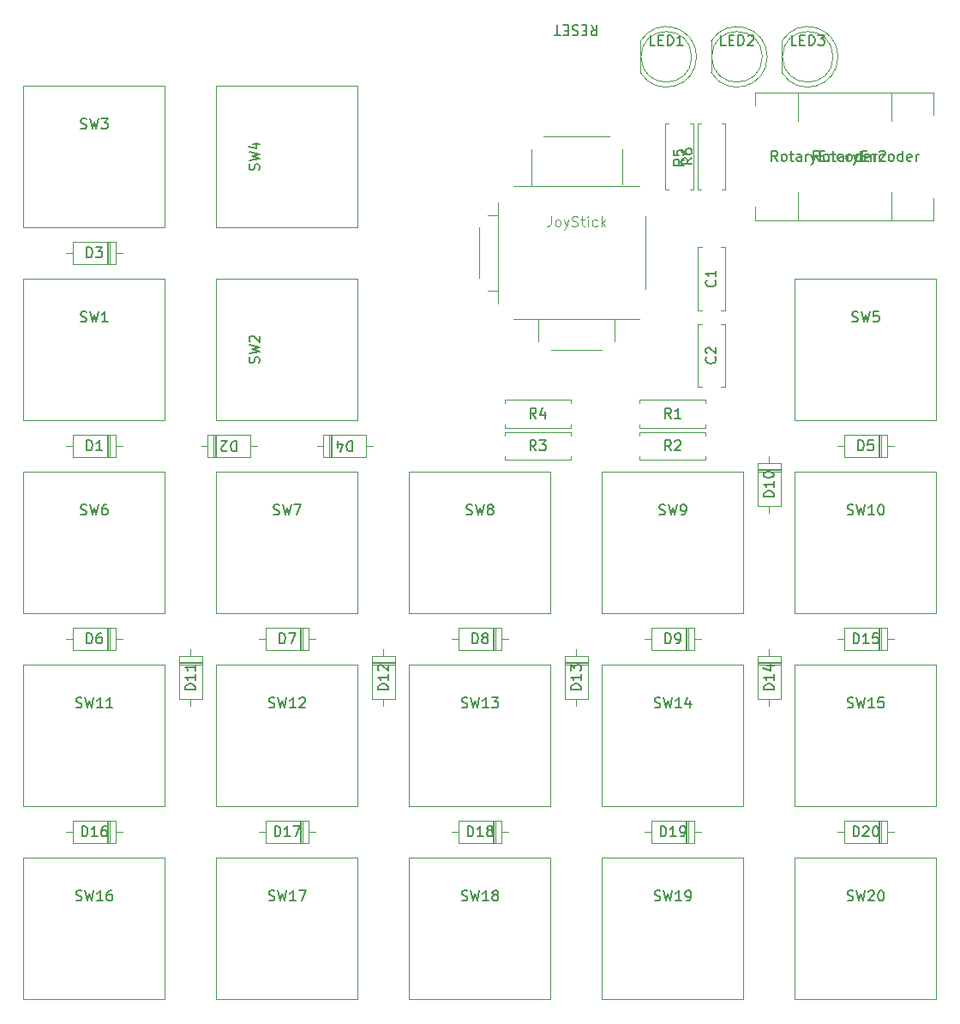
<source format=gbr>
%TF.GenerationSoftware,KiCad,Pcbnew,8.0.3*%
%TF.CreationDate,2025-03-24T17:59:12+09:00*%
%TF.ProjectId,small_keyboard_v2_1,736d616c-6c5f-46b6-9579-626f6172645f,rev?*%
%TF.SameCoordinates,Original*%
%TF.FileFunction,Legend,Top*%
%TF.FilePolarity,Positive*%
%FSLAX46Y46*%
G04 Gerber Fmt 4.6, Leading zero omitted, Abs format (unit mm)*
G04 Created by KiCad (PCBNEW 8.0.3) date 2025-03-24 17:59:12*
%MOMM*%
%LPD*%
G01*
G04 APERTURE LIST*
%ADD10C,0.150000*%
%ADD11C,0.100000*%
%ADD12C,0.120000*%
G04 APERTURE END LIST*
D10*
X90982381Y-91994180D02*
X91315714Y-92470371D01*
X91553809Y-91994180D02*
X91553809Y-92994180D01*
X91553809Y-92994180D02*
X91172857Y-92994180D01*
X91172857Y-92994180D02*
X91077619Y-92946561D01*
X91077619Y-92946561D02*
X91030000Y-92898942D01*
X91030000Y-92898942D02*
X90982381Y-92803704D01*
X90982381Y-92803704D02*
X90982381Y-92660847D01*
X90982381Y-92660847D02*
X91030000Y-92565609D01*
X91030000Y-92565609D02*
X91077619Y-92517990D01*
X91077619Y-92517990D02*
X91172857Y-92470371D01*
X91172857Y-92470371D02*
X91553809Y-92470371D01*
X90553809Y-92517990D02*
X90220476Y-92517990D01*
X90077619Y-91994180D02*
X90553809Y-91994180D01*
X90553809Y-91994180D02*
X90553809Y-92994180D01*
X90553809Y-92994180D02*
X90077619Y-92994180D01*
X89696666Y-92041800D02*
X89553809Y-91994180D01*
X89553809Y-91994180D02*
X89315714Y-91994180D01*
X89315714Y-91994180D02*
X89220476Y-92041800D01*
X89220476Y-92041800D02*
X89172857Y-92089419D01*
X89172857Y-92089419D02*
X89125238Y-92184657D01*
X89125238Y-92184657D02*
X89125238Y-92279895D01*
X89125238Y-92279895D02*
X89172857Y-92375133D01*
X89172857Y-92375133D02*
X89220476Y-92422752D01*
X89220476Y-92422752D02*
X89315714Y-92470371D01*
X89315714Y-92470371D02*
X89506190Y-92517990D01*
X89506190Y-92517990D02*
X89601428Y-92565609D01*
X89601428Y-92565609D02*
X89649047Y-92613228D01*
X89649047Y-92613228D02*
X89696666Y-92708466D01*
X89696666Y-92708466D02*
X89696666Y-92803704D01*
X89696666Y-92803704D02*
X89649047Y-92898942D01*
X89649047Y-92898942D02*
X89601428Y-92946561D01*
X89601428Y-92946561D02*
X89506190Y-92994180D01*
X89506190Y-92994180D02*
X89268095Y-92994180D01*
X89268095Y-92994180D02*
X89125238Y-92946561D01*
X88696666Y-92517990D02*
X88363333Y-92517990D01*
X88220476Y-91994180D02*
X88696666Y-91994180D01*
X88696666Y-91994180D02*
X88696666Y-92994180D01*
X88696666Y-92994180D02*
X88220476Y-92994180D01*
X87934761Y-92994180D02*
X87363333Y-92994180D01*
X87649047Y-91994180D02*
X87649047Y-92994180D01*
D11*
X87006190Y-110857419D02*
X87006190Y-111571704D01*
X87006190Y-111571704D02*
X86958571Y-111714561D01*
X86958571Y-111714561D02*
X86863333Y-111809800D01*
X86863333Y-111809800D02*
X86720476Y-111857419D01*
X86720476Y-111857419D02*
X86625238Y-111857419D01*
X87625238Y-111857419D02*
X87530000Y-111809800D01*
X87530000Y-111809800D02*
X87482381Y-111762180D01*
X87482381Y-111762180D02*
X87434762Y-111666942D01*
X87434762Y-111666942D02*
X87434762Y-111381228D01*
X87434762Y-111381228D02*
X87482381Y-111285990D01*
X87482381Y-111285990D02*
X87530000Y-111238371D01*
X87530000Y-111238371D02*
X87625238Y-111190752D01*
X87625238Y-111190752D02*
X87768095Y-111190752D01*
X87768095Y-111190752D02*
X87863333Y-111238371D01*
X87863333Y-111238371D02*
X87910952Y-111285990D01*
X87910952Y-111285990D02*
X87958571Y-111381228D01*
X87958571Y-111381228D02*
X87958571Y-111666942D01*
X87958571Y-111666942D02*
X87910952Y-111762180D01*
X87910952Y-111762180D02*
X87863333Y-111809800D01*
X87863333Y-111809800D02*
X87768095Y-111857419D01*
X87768095Y-111857419D02*
X87625238Y-111857419D01*
X88291905Y-111190752D02*
X88530000Y-111857419D01*
X88768095Y-111190752D02*
X88530000Y-111857419D01*
X88530000Y-111857419D02*
X88434762Y-112095514D01*
X88434762Y-112095514D02*
X88387143Y-112143133D01*
X88387143Y-112143133D02*
X88291905Y-112190752D01*
X89101429Y-111809800D02*
X89244286Y-111857419D01*
X89244286Y-111857419D02*
X89482381Y-111857419D01*
X89482381Y-111857419D02*
X89577619Y-111809800D01*
X89577619Y-111809800D02*
X89625238Y-111762180D01*
X89625238Y-111762180D02*
X89672857Y-111666942D01*
X89672857Y-111666942D02*
X89672857Y-111571704D01*
X89672857Y-111571704D02*
X89625238Y-111476466D01*
X89625238Y-111476466D02*
X89577619Y-111428847D01*
X89577619Y-111428847D02*
X89482381Y-111381228D01*
X89482381Y-111381228D02*
X89291905Y-111333609D01*
X89291905Y-111333609D02*
X89196667Y-111285990D01*
X89196667Y-111285990D02*
X89149048Y-111238371D01*
X89149048Y-111238371D02*
X89101429Y-111143133D01*
X89101429Y-111143133D02*
X89101429Y-111047895D01*
X89101429Y-111047895D02*
X89149048Y-110952657D01*
X89149048Y-110952657D02*
X89196667Y-110905038D01*
X89196667Y-110905038D02*
X89291905Y-110857419D01*
X89291905Y-110857419D02*
X89530000Y-110857419D01*
X89530000Y-110857419D02*
X89672857Y-110905038D01*
X89958572Y-111190752D02*
X90339524Y-111190752D01*
X90101429Y-110857419D02*
X90101429Y-111714561D01*
X90101429Y-111714561D02*
X90149048Y-111809800D01*
X90149048Y-111809800D02*
X90244286Y-111857419D01*
X90244286Y-111857419D02*
X90339524Y-111857419D01*
X90672858Y-111857419D02*
X90672858Y-111190752D01*
X90672858Y-110857419D02*
X90625239Y-110905038D01*
X90625239Y-110905038D02*
X90672858Y-110952657D01*
X90672858Y-110952657D02*
X90720477Y-110905038D01*
X90720477Y-110905038D02*
X90672858Y-110857419D01*
X90672858Y-110857419D02*
X90672858Y-110952657D01*
X91577619Y-111809800D02*
X91482381Y-111857419D01*
X91482381Y-111857419D02*
X91291905Y-111857419D01*
X91291905Y-111857419D02*
X91196667Y-111809800D01*
X91196667Y-111809800D02*
X91149048Y-111762180D01*
X91149048Y-111762180D02*
X91101429Y-111666942D01*
X91101429Y-111666942D02*
X91101429Y-111381228D01*
X91101429Y-111381228D02*
X91149048Y-111285990D01*
X91149048Y-111285990D02*
X91196667Y-111238371D01*
X91196667Y-111238371D02*
X91291905Y-111190752D01*
X91291905Y-111190752D02*
X91482381Y-111190752D01*
X91482381Y-111190752D02*
X91577619Y-111238371D01*
X92006191Y-111857419D02*
X92006191Y-110857419D01*
X92101429Y-111476466D02*
X92387143Y-111857419D01*
X92387143Y-111190752D02*
X92006191Y-111571704D01*
D10*
X113557379Y-105399819D02*
X113224046Y-104923628D01*
X112985951Y-105399819D02*
X112985951Y-104399819D01*
X112985951Y-104399819D02*
X113366903Y-104399819D01*
X113366903Y-104399819D02*
X113462141Y-104447438D01*
X113462141Y-104447438D02*
X113509760Y-104495057D01*
X113509760Y-104495057D02*
X113557379Y-104590295D01*
X113557379Y-104590295D02*
X113557379Y-104733152D01*
X113557379Y-104733152D02*
X113509760Y-104828390D01*
X113509760Y-104828390D02*
X113462141Y-104876009D01*
X113462141Y-104876009D02*
X113366903Y-104923628D01*
X113366903Y-104923628D02*
X112985951Y-104923628D01*
X114128808Y-105399819D02*
X114033570Y-105352200D01*
X114033570Y-105352200D02*
X113985951Y-105304580D01*
X113985951Y-105304580D02*
X113938332Y-105209342D01*
X113938332Y-105209342D02*
X113938332Y-104923628D01*
X113938332Y-104923628D02*
X113985951Y-104828390D01*
X113985951Y-104828390D02*
X114033570Y-104780771D01*
X114033570Y-104780771D02*
X114128808Y-104733152D01*
X114128808Y-104733152D02*
X114271665Y-104733152D01*
X114271665Y-104733152D02*
X114366903Y-104780771D01*
X114366903Y-104780771D02*
X114414522Y-104828390D01*
X114414522Y-104828390D02*
X114462141Y-104923628D01*
X114462141Y-104923628D02*
X114462141Y-105209342D01*
X114462141Y-105209342D02*
X114414522Y-105304580D01*
X114414522Y-105304580D02*
X114366903Y-105352200D01*
X114366903Y-105352200D02*
X114271665Y-105399819D01*
X114271665Y-105399819D02*
X114128808Y-105399819D01*
X114747856Y-104733152D02*
X115128808Y-104733152D01*
X114890713Y-104399819D02*
X114890713Y-105256961D01*
X114890713Y-105256961D02*
X114938332Y-105352200D01*
X114938332Y-105352200D02*
X115033570Y-105399819D01*
X115033570Y-105399819D02*
X115128808Y-105399819D01*
X115890713Y-105399819D02*
X115890713Y-104876009D01*
X115890713Y-104876009D02*
X115843094Y-104780771D01*
X115843094Y-104780771D02*
X115747856Y-104733152D01*
X115747856Y-104733152D02*
X115557380Y-104733152D01*
X115557380Y-104733152D02*
X115462142Y-104780771D01*
X115890713Y-105352200D02*
X115795475Y-105399819D01*
X115795475Y-105399819D02*
X115557380Y-105399819D01*
X115557380Y-105399819D02*
X115462142Y-105352200D01*
X115462142Y-105352200D02*
X115414523Y-105256961D01*
X115414523Y-105256961D02*
X115414523Y-105161723D01*
X115414523Y-105161723D02*
X115462142Y-105066485D01*
X115462142Y-105066485D02*
X115557380Y-105018866D01*
X115557380Y-105018866D02*
X115795475Y-105018866D01*
X115795475Y-105018866D02*
X115890713Y-104971247D01*
X116366904Y-105399819D02*
X116366904Y-104733152D01*
X116366904Y-104923628D02*
X116414523Y-104828390D01*
X116414523Y-104828390D02*
X116462142Y-104780771D01*
X116462142Y-104780771D02*
X116557380Y-104733152D01*
X116557380Y-104733152D02*
X116652618Y-104733152D01*
X116890714Y-104733152D02*
X117128809Y-105399819D01*
X117366904Y-104733152D02*
X117128809Y-105399819D01*
X117128809Y-105399819D02*
X117033571Y-105637914D01*
X117033571Y-105637914D02*
X116985952Y-105685533D01*
X116985952Y-105685533D02*
X116890714Y-105733152D01*
X117747857Y-104876009D02*
X118081190Y-104876009D01*
X118224047Y-105399819D02*
X117747857Y-105399819D01*
X117747857Y-105399819D02*
X117747857Y-104399819D01*
X117747857Y-104399819D02*
X118224047Y-104399819D01*
X118652619Y-104733152D02*
X118652619Y-105399819D01*
X118652619Y-104828390D02*
X118700238Y-104780771D01*
X118700238Y-104780771D02*
X118795476Y-104733152D01*
X118795476Y-104733152D02*
X118938333Y-104733152D01*
X118938333Y-104733152D02*
X119033571Y-104780771D01*
X119033571Y-104780771D02*
X119081190Y-104876009D01*
X119081190Y-104876009D02*
X119081190Y-105399819D01*
X119985952Y-105352200D02*
X119890714Y-105399819D01*
X119890714Y-105399819D02*
X119700238Y-105399819D01*
X119700238Y-105399819D02*
X119605000Y-105352200D01*
X119605000Y-105352200D02*
X119557381Y-105304580D01*
X119557381Y-105304580D02*
X119509762Y-105209342D01*
X119509762Y-105209342D02*
X119509762Y-104923628D01*
X119509762Y-104923628D02*
X119557381Y-104828390D01*
X119557381Y-104828390D02*
X119605000Y-104780771D01*
X119605000Y-104780771D02*
X119700238Y-104733152D01*
X119700238Y-104733152D02*
X119890714Y-104733152D01*
X119890714Y-104733152D02*
X119985952Y-104780771D01*
X120557381Y-105399819D02*
X120462143Y-105352200D01*
X120462143Y-105352200D02*
X120414524Y-105304580D01*
X120414524Y-105304580D02*
X120366905Y-105209342D01*
X120366905Y-105209342D02*
X120366905Y-104923628D01*
X120366905Y-104923628D02*
X120414524Y-104828390D01*
X120414524Y-104828390D02*
X120462143Y-104780771D01*
X120462143Y-104780771D02*
X120557381Y-104733152D01*
X120557381Y-104733152D02*
X120700238Y-104733152D01*
X120700238Y-104733152D02*
X120795476Y-104780771D01*
X120795476Y-104780771D02*
X120843095Y-104828390D01*
X120843095Y-104828390D02*
X120890714Y-104923628D01*
X120890714Y-104923628D02*
X120890714Y-105209342D01*
X120890714Y-105209342D02*
X120843095Y-105304580D01*
X120843095Y-105304580D02*
X120795476Y-105352200D01*
X120795476Y-105352200D02*
X120700238Y-105399819D01*
X120700238Y-105399819D02*
X120557381Y-105399819D01*
X121747857Y-105399819D02*
X121747857Y-104399819D01*
X121747857Y-105352200D02*
X121652619Y-105399819D01*
X121652619Y-105399819D02*
X121462143Y-105399819D01*
X121462143Y-105399819D02*
X121366905Y-105352200D01*
X121366905Y-105352200D02*
X121319286Y-105304580D01*
X121319286Y-105304580D02*
X121271667Y-105209342D01*
X121271667Y-105209342D02*
X121271667Y-104923628D01*
X121271667Y-104923628D02*
X121319286Y-104828390D01*
X121319286Y-104828390D02*
X121366905Y-104780771D01*
X121366905Y-104780771D02*
X121462143Y-104733152D01*
X121462143Y-104733152D02*
X121652619Y-104733152D01*
X121652619Y-104733152D02*
X121747857Y-104780771D01*
X122605000Y-105352200D02*
X122509762Y-105399819D01*
X122509762Y-105399819D02*
X122319286Y-105399819D01*
X122319286Y-105399819D02*
X122224048Y-105352200D01*
X122224048Y-105352200D02*
X122176429Y-105256961D01*
X122176429Y-105256961D02*
X122176429Y-104876009D01*
X122176429Y-104876009D02*
X122224048Y-104780771D01*
X122224048Y-104780771D02*
X122319286Y-104733152D01*
X122319286Y-104733152D02*
X122509762Y-104733152D01*
X122509762Y-104733152D02*
X122605000Y-104780771D01*
X122605000Y-104780771D02*
X122652619Y-104876009D01*
X122652619Y-104876009D02*
X122652619Y-104971247D01*
X122652619Y-104971247D02*
X122176429Y-105066485D01*
X123081191Y-105399819D02*
X123081191Y-104733152D01*
X123081191Y-104923628D02*
X123128810Y-104828390D01*
X123128810Y-104828390D02*
X123176429Y-104780771D01*
X123176429Y-104780771D02*
X123271667Y-104733152D01*
X123271667Y-104733152D02*
X123366905Y-104733152D01*
X100949819Y-105111666D02*
X100473628Y-105444999D01*
X100949819Y-105683094D02*
X99949819Y-105683094D01*
X99949819Y-105683094D02*
X99949819Y-105302142D01*
X99949819Y-105302142D02*
X99997438Y-105206904D01*
X99997438Y-105206904D02*
X100045057Y-105159285D01*
X100045057Y-105159285D02*
X100140295Y-105111666D01*
X100140295Y-105111666D02*
X100283152Y-105111666D01*
X100283152Y-105111666D02*
X100378390Y-105159285D01*
X100378390Y-105159285D02*
X100426009Y-105206904D01*
X100426009Y-105206904D02*
X100473628Y-105302142D01*
X100473628Y-105302142D02*
X100473628Y-105683094D01*
X99949819Y-104254523D02*
X99949819Y-104444999D01*
X99949819Y-104444999D02*
X99997438Y-104540237D01*
X99997438Y-104540237D02*
X100045057Y-104587856D01*
X100045057Y-104587856D02*
X100187914Y-104683094D01*
X100187914Y-104683094D02*
X100378390Y-104730713D01*
X100378390Y-104730713D02*
X100759342Y-104730713D01*
X100759342Y-104730713D02*
X100854580Y-104683094D01*
X100854580Y-104683094D02*
X100902200Y-104635475D01*
X100902200Y-104635475D02*
X100949819Y-104540237D01*
X100949819Y-104540237D02*
X100949819Y-104349761D01*
X100949819Y-104349761D02*
X100902200Y-104254523D01*
X100902200Y-104254523D02*
X100854580Y-104206904D01*
X100854580Y-104206904D02*
X100759342Y-104159285D01*
X100759342Y-104159285D02*
X100521247Y-104159285D01*
X100521247Y-104159285D02*
X100426009Y-104206904D01*
X100426009Y-104206904D02*
X100378390Y-104254523D01*
X100378390Y-104254523D02*
X100330771Y-104349761D01*
X100330771Y-104349761D02*
X100330771Y-104540237D01*
X100330771Y-104540237D02*
X100378390Y-104635475D01*
X100378390Y-104635475D02*
X100426009Y-104683094D01*
X100426009Y-104683094D02*
X100521247Y-104730713D01*
X111270952Y-93969819D02*
X110794762Y-93969819D01*
X110794762Y-93969819D02*
X110794762Y-92969819D01*
X111604286Y-93446009D02*
X111937619Y-93446009D01*
X112080476Y-93969819D02*
X111604286Y-93969819D01*
X111604286Y-93969819D02*
X111604286Y-92969819D01*
X111604286Y-92969819D02*
X112080476Y-92969819D01*
X112509048Y-93969819D02*
X112509048Y-92969819D01*
X112509048Y-92969819D02*
X112747143Y-92969819D01*
X112747143Y-92969819D02*
X112890000Y-93017438D01*
X112890000Y-93017438D02*
X112985238Y-93112676D01*
X112985238Y-93112676D02*
X113032857Y-93207914D01*
X113032857Y-93207914D02*
X113080476Y-93398390D01*
X113080476Y-93398390D02*
X113080476Y-93541247D01*
X113080476Y-93541247D02*
X113032857Y-93731723D01*
X113032857Y-93731723D02*
X112985238Y-93826961D01*
X112985238Y-93826961D02*
X112890000Y-93922200D01*
X112890000Y-93922200D02*
X112747143Y-93969819D01*
X112747143Y-93969819D02*
X112509048Y-93969819D01*
X113413810Y-92969819D02*
X114032857Y-92969819D01*
X114032857Y-92969819D02*
X113699524Y-93350771D01*
X113699524Y-93350771D02*
X113842381Y-93350771D01*
X113842381Y-93350771D02*
X113937619Y-93398390D01*
X113937619Y-93398390D02*
X113985238Y-93446009D01*
X113985238Y-93446009D02*
X114032857Y-93541247D01*
X114032857Y-93541247D02*
X114032857Y-93779342D01*
X114032857Y-93779342D02*
X113985238Y-93874580D01*
X113985238Y-93874580D02*
X113937619Y-93922200D01*
X113937619Y-93922200D02*
X113842381Y-93969819D01*
X113842381Y-93969819D02*
X113556667Y-93969819D01*
X113556667Y-93969819D02*
X113461429Y-93922200D01*
X113461429Y-93922200D02*
X113413810Y-93874580D01*
X55978094Y-133065180D02*
X55978094Y-134065180D01*
X55978094Y-134065180D02*
X55739999Y-134065180D01*
X55739999Y-134065180D02*
X55597142Y-134017561D01*
X55597142Y-134017561D02*
X55501904Y-133922323D01*
X55501904Y-133922323D02*
X55454285Y-133827085D01*
X55454285Y-133827085D02*
X55406666Y-133636609D01*
X55406666Y-133636609D02*
X55406666Y-133493752D01*
X55406666Y-133493752D02*
X55454285Y-133303276D01*
X55454285Y-133303276D02*
X55501904Y-133208038D01*
X55501904Y-133208038D02*
X55597142Y-133112800D01*
X55597142Y-133112800D02*
X55739999Y-133065180D01*
X55739999Y-133065180D02*
X55978094Y-133065180D01*
X55025713Y-133969942D02*
X54978094Y-134017561D01*
X54978094Y-134017561D02*
X54882856Y-134065180D01*
X54882856Y-134065180D02*
X54644761Y-134065180D01*
X54644761Y-134065180D02*
X54549523Y-134017561D01*
X54549523Y-134017561D02*
X54501904Y-133969942D01*
X54501904Y-133969942D02*
X54454285Y-133874704D01*
X54454285Y-133874704D02*
X54454285Y-133779466D01*
X54454285Y-133779466D02*
X54501904Y-133636609D01*
X54501904Y-133636609D02*
X55073332Y-133065180D01*
X55073332Y-133065180D02*
X54454285Y-133065180D01*
X70934819Y-157594285D02*
X69934819Y-157594285D01*
X69934819Y-157594285D02*
X69934819Y-157356190D01*
X69934819Y-157356190D02*
X69982438Y-157213333D01*
X69982438Y-157213333D02*
X70077676Y-157118095D01*
X70077676Y-157118095D02*
X70172914Y-157070476D01*
X70172914Y-157070476D02*
X70363390Y-157022857D01*
X70363390Y-157022857D02*
X70506247Y-157022857D01*
X70506247Y-157022857D02*
X70696723Y-157070476D01*
X70696723Y-157070476D02*
X70791961Y-157118095D01*
X70791961Y-157118095D02*
X70887200Y-157213333D01*
X70887200Y-157213333D02*
X70934819Y-157356190D01*
X70934819Y-157356190D02*
X70934819Y-157594285D01*
X70934819Y-156070476D02*
X70934819Y-156641904D01*
X70934819Y-156356190D02*
X69934819Y-156356190D01*
X69934819Y-156356190D02*
X70077676Y-156451428D01*
X70077676Y-156451428D02*
X70172914Y-156546666D01*
X70172914Y-156546666D02*
X70220533Y-156641904D01*
X70030057Y-155689523D02*
X69982438Y-155641904D01*
X69982438Y-155641904D02*
X69934819Y-155546666D01*
X69934819Y-155546666D02*
X69934819Y-155308571D01*
X69934819Y-155308571D02*
X69982438Y-155213333D01*
X69982438Y-155213333D02*
X70030057Y-155165714D01*
X70030057Y-155165714D02*
X70125295Y-155118095D01*
X70125295Y-155118095D02*
X70220533Y-155118095D01*
X70220533Y-155118095D02*
X70363390Y-155165714D01*
X70363390Y-155165714D02*
X70934819Y-155737142D01*
X70934819Y-155737142D02*
X70934819Y-155118095D01*
X116890714Y-172074819D02*
X116890714Y-171074819D01*
X116890714Y-171074819D02*
X117128809Y-171074819D01*
X117128809Y-171074819D02*
X117271666Y-171122438D01*
X117271666Y-171122438D02*
X117366904Y-171217676D01*
X117366904Y-171217676D02*
X117414523Y-171312914D01*
X117414523Y-171312914D02*
X117462142Y-171503390D01*
X117462142Y-171503390D02*
X117462142Y-171646247D01*
X117462142Y-171646247D02*
X117414523Y-171836723D01*
X117414523Y-171836723D02*
X117366904Y-171931961D01*
X117366904Y-171931961D02*
X117271666Y-172027200D01*
X117271666Y-172027200D02*
X117128809Y-172074819D01*
X117128809Y-172074819D02*
X116890714Y-172074819D01*
X117843095Y-171170057D02*
X117890714Y-171122438D01*
X117890714Y-171122438D02*
X117985952Y-171074819D01*
X117985952Y-171074819D02*
X118224047Y-171074819D01*
X118224047Y-171074819D02*
X118319285Y-171122438D01*
X118319285Y-171122438D02*
X118366904Y-171170057D01*
X118366904Y-171170057D02*
X118414523Y-171265295D01*
X118414523Y-171265295D02*
X118414523Y-171360533D01*
X118414523Y-171360533D02*
X118366904Y-171503390D01*
X118366904Y-171503390D02*
X117795476Y-172074819D01*
X117795476Y-172074819D02*
X118414523Y-172074819D01*
X119033571Y-171074819D02*
X119128809Y-171074819D01*
X119128809Y-171074819D02*
X119224047Y-171122438D01*
X119224047Y-171122438D02*
X119271666Y-171170057D01*
X119271666Y-171170057D02*
X119319285Y-171265295D01*
X119319285Y-171265295D02*
X119366904Y-171455771D01*
X119366904Y-171455771D02*
X119366904Y-171693866D01*
X119366904Y-171693866D02*
X119319285Y-171884342D01*
X119319285Y-171884342D02*
X119271666Y-171979580D01*
X119271666Y-171979580D02*
X119224047Y-172027200D01*
X119224047Y-172027200D02*
X119128809Y-172074819D01*
X119128809Y-172074819D02*
X119033571Y-172074819D01*
X119033571Y-172074819D02*
X118938333Y-172027200D01*
X118938333Y-172027200D02*
X118890714Y-171979580D01*
X118890714Y-171979580D02*
X118843095Y-171884342D01*
X118843095Y-171884342D02*
X118795476Y-171693866D01*
X118795476Y-171693866D02*
X118795476Y-171455771D01*
X118795476Y-171455771D02*
X118843095Y-171265295D01*
X118843095Y-171265295D02*
X118890714Y-171170057D01*
X118890714Y-171170057D02*
X118938333Y-171122438D01*
X118938333Y-171122438D02*
X119033571Y-171074819D01*
X40571667Y-102177200D02*
X40714524Y-102224819D01*
X40714524Y-102224819D02*
X40952619Y-102224819D01*
X40952619Y-102224819D02*
X41047857Y-102177200D01*
X41047857Y-102177200D02*
X41095476Y-102129580D01*
X41095476Y-102129580D02*
X41143095Y-102034342D01*
X41143095Y-102034342D02*
X41143095Y-101939104D01*
X41143095Y-101939104D02*
X41095476Y-101843866D01*
X41095476Y-101843866D02*
X41047857Y-101796247D01*
X41047857Y-101796247D02*
X40952619Y-101748628D01*
X40952619Y-101748628D02*
X40762143Y-101701009D01*
X40762143Y-101701009D02*
X40666905Y-101653390D01*
X40666905Y-101653390D02*
X40619286Y-101605771D01*
X40619286Y-101605771D02*
X40571667Y-101510533D01*
X40571667Y-101510533D02*
X40571667Y-101415295D01*
X40571667Y-101415295D02*
X40619286Y-101320057D01*
X40619286Y-101320057D02*
X40666905Y-101272438D01*
X40666905Y-101272438D02*
X40762143Y-101224819D01*
X40762143Y-101224819D02*
X41000238Y-101224819D01*
X41000238Y-101224819D02*
X41143095Y-101272438D01*
X41476429Y-101224819D02*
X41714524Y-102224819D01*
X41714524Y-102224819D02*
X41905000Y-101510533D01*
X41905000Y-101510533D02*
X42095476Y-102224819D01*
X42095476Y-102224819D02*
X42333572Y-101224819D01*
X42619286Y-101224819D02*
X43238333Y-101224819D01*
X43238333Y-101224819D02*
X42905000Y-101605771D01*
X42905000Y-101605771D02*
X43047857Y-101605771D01*
X43047857Y-101605771D02*
X43143095Y-101653390D01*
X43143095Y-101653390D02*
X43190714Y-101701009D01*
X43190714Y-101701009D02*
X43238333Y-101796247D01*
X43238333Y-101796247D02*
X43238333Y-102034342D01*
X43238333Y-102034342D02*
X43190714Y-102129580D01*
X43190714Y-102129580D02*
X43143095Y-102177200D01*
X43143095Y-102177200D02*
X43047857Y-102224819D01*
X43047857Y-102224819D02*
X42762143Y-102224819D01*
X42762143Y-102224819D02*
X42666905Y-102177200D01*
X42666905Y-102177200D02*
X42619286Y-102129580D01*
X40571667Y-140277200D02*
X40714524Y-140324819D01*
X40714524Y-140324819D02*
X40952619Y-140324819D01*
X40952619Y-140324819D02*
X41047857Y-140277200D01*
X41047857Y-140277200D02*
X41095476Y-140229580D01*
X41095476Y-140229580D02*
X41143095Y-140134342D01*
X41143095Y-140134342D02*
X41143095Y-140039104D01*
X41143095Y-140039104D02*
X41095476Y-139943866D01*
X41095476Y-139943866D02*
X41047857Y-139896247D01*
X41047857Y-139896247D02*
X40952619Y-139848628D01*
X40952619Y-139848628D02*
X40762143Y-139801009D01*
X40762143Y-139801009D02*
X40666905Y-139753390D01*
X40666905Y-139753390D02*
X40619286Y-139705771D01*
X40619286Y-139705771D02*
X40571667Y-139610533D01*
X40571667Y-139610533D02*
X40571667Y-139515295D01*
X40571667Y-139515295D02*
X40619286Y-139420057D01*
X40619286Y-139420057D02*
X40666905Y-139372438D01*
X40666905Y-139372438D02*
X40762143Y-139324819D01*
X40762143Y-139324819D02*
X41000238Y-139324819D01*
X41000238Y-139324819D02*
X41143095Y-139372438D01*
X41476429Y-139324819D02*
X41714524Y-140324819D01*
X41714524Y-140324819D02*
X41905000Y-139610533D01*
X41905000Y-139610533D02*
X42095476Y-140324819D01*
X42095476Y-140324819D02*
X42333572Y-139324819D01*
X43143095Y-139324819D02*
X42952619Y-139324819D01*
X42952619Y-139324819D02*
X42857381Y-139372438D01*
X42857381Y-139372438D02*
X42809762Y-139420057D01*
X42809762Y-139420057D02*
X42714524Y-139562914D01*
X42714524Y-139562914D02*
X42666905Y-139753390D01*
X42666905Y-139753390D02*
X42666905Y-140134342D01*
X42666905Y-140134342D02*
X42714524Y-140229580D01*
X42714524Y-140229580D02*
X42762143Y-140277200D01*
X42762143Y-140277200D02*
X42857381Y-140324819D01*
X42857381Y-140324819D02*
X43047857Y-140324819D01*
X43047857Y-140324819D02*
X43143095Y-140277200D01*
X43143095Y-140277200D02*
X43190714Y-140229580D01*
X43190714Y-140229580D02*
X43238333Y-140134342D01*
X43238333Y-140134342D02*
X43238333Y-139896247D01*
X43238333Y-139896247D02*
X43190714Y-139801009D01*
X43190714Y-139801009D02*
X43143095Y-139753390D01*
X43143095Y-139753390D02*
X43047857Y-139705771D01*
X43047857Y-139705771D02*
X42857381Y-139705771D01*
X42857381Y-139705771D02*
X42762143Y-139753390D01*
X42762143Y-139753390D02*
X42714524Y-139801009D01*
X42714524Y-139801009D02*
X42666905Y-139896247D01*
X117366905Y-133974819D02*
X117366905Y-132974819D01*
X117366905Y-132974819D02*
X117605000Y-132974819D01*
X117605000Y-132974819D02*
X117747857Y-133022438D01*
X117747857Y-133022438D02*
X117843095Y-133117676D01*
X117843095Y-133117676D02*
X117890714Y-133212914D01*
X117890714Y-133212914D02*
X117938333Y-133403390D01*
X117938333Y-133403390D02*
X117938333Y-133546247D01*
X117938333Y-133546247D02*
X117890714Y-133736723D01*
X117890714Y-133736723D02*
X117843095Y-133831961D01*
X117843095Y-133831961D02*
X117747857Y-133927200D01*
X117747857Y-133927200D02*
X117605000Y-133974819D01*
X117605000Y-133974819D02*
X117366905Y-133974819D01*
X118843095Y-132974819D02*
X118366905Y-132974819D01*
X118366905Y-132974819D02*
X118319286Y-133451009D01*
X118319286Y-133451009D02*
X118366905Y-133403390D01*
X118366905Y-133403390D02*
X118462143Y-133355771D01*
X118462143Y-133355771D02*
X118700238Y-133355771D01*
X118700238Y-133355771D02*
X118795476Y-133403390D01*
X118795476Y-133403390D02*
X118843095Y-133451009D01*
X118843095Y-133451009D02*
X118890714Y-133546247D01*
X118890714Y-133546247D02*
X118890714Y-133784342D01*
X118890714Y-133784342D02*
X118843095Y-133879580D01*
X118843095Y-133879580D02*
X118795476Y-133927200D01*
X118795476Y-133927200D02*
X118700238Y-133974819D01*
X118700238Y-133974819D02*
X118462143Y-133974819D01*
X118462143Y-133974819D02*
X118366905Y-133927200D01*
X118366905Y-133927200D02*
X118319286Y-133879580D01*
X40690714Y-172074819D02*
X40690714Y-171074819D01*
X40690714Y-171074819D02*
X40928809Y-171074819D01*
X40928809Y-171074819D02*
X41071666Y-171122438D01*
X41071666Y-171122438D02*
X41166904Y-171217676D01*
X41166904Y-171217676D02*
X41214523Y-171312914D01*
X41214523Y-171312914D02*
X41262142Y-171503390D01*
X41262142Y-171503390D02*
X41262142Y-171646247D01*
X41262142Y-171646247D02*
X41214523Y-171836723D01*
X41214523Y-171836723D02*
X41166904Y-171931961D01*
X41166904Y-171931961D02*
X41071666Y-172027200D01*
X41071666Y-172027200D02*
X40928809Y-172074819D01*
X40928809Y-172074819D02*
X40690714Y-172074819D01*
X42214523Y-172074819D02*
X41643095Y-172074819D01*
X41928809Y-172074819D02*
X41928809Y-171074819D01*
X41928809Y-171074819D02*
X41833571Y-171217676D01*
X41833571Y-171217676D02*
X41738333Y-171312914D01*
X41738333Y-171312914D02*
X41643095Y-171360533D01*
X43071666Y-171074819D02*
X42881190Y-171074819D01*
X42881190Y-171074819D02*
X42785952Y-171122438D01*
X42785952Y-171122438D02*
X42738333Y-171170057D01*
X42738333Y-171170057D02*
X42643095Y-171312914D01*
X42643095Y-171312914D02*
X42595476Y-171503390D01*
X42595476Y-171503390D02*
X42595476Y-171884342D01*
X42595476Y-171884342D02*
X42643095Y-171979580D01*
X42643095Y-171979580D02*
X42690714Y-172027200D01*
X42690714Y-172027200D02*
X42785952Y-172074819D01*
X42785952Y-172074819D02*
X42976428Y-172074819D01*
X42976428Y-172074819D02*
X43071666Y-172027200D01*
X43071666Y-172027200D02*
X43119285Y-171979580D01*
X43119285Y-171979580D02*
X43166904Y-171884342D01*
X43166904Y-171884342D02*
X43166904Y-171646247D01*
X43166904Y-171646247D02*
X43119285Y-171551009D01*
X43119285Y-171551009D02*
X43071666Y-171503390D01*
X43071666Y-171503390D02*
X42976428Y-171455771D01*
X42976428Y-171455771D02*
X42785952Y-171455771D01*
X42785952Y-171455771D02*
X42690714Y-171503390D01*
X42690714Y-171503390D02*
X42643095Y-171551009D01*
X42643095Y-171551009D02*
X42595476Y-171646247D01*
X67408094Y-133065180D02*
X67408094Y-134065180D01*
X67408094Y-134065180D02*
X67169999Y-134065180D01*
X67169999Y-134065180D02*
X67027142Y-134017561D01*
X67027142Y-134017561D02*
X66931904Y-133922323D01*
X66931904Y-133922323D02*
X66884285Y-133827085D01*
X66884285Y-133827085D02*
X66836666Y-133636609D01*
X66836666Y-133636609D02*
X66836666Y-133493752D01*
X66836666Y-133493752D02*
X66884285Y-133303276D01*
X66884285Y-133303276D02*
X66931904Y-133208038D01*
X66931904Y-133208038D02*
X67027142Y-133112800D01*
X67027142Y-133112800D02*
X67169999Y-133065180D01*
X67169999Y-133065180D02*
X67408094Y-133065180D01*
X65979523Y-133731847D02*
X65979523Y-133065180D01*
X66217618Y-134112800D02*
X66455713Y-133398514D01*
X66455713Y-133398514D02*
X65836666Y-133398514D01*
X58187200Y-125328332D02*
X58234819Y-125185475D01*
X58234819Y-125185475D02*
X58234819Y-124947380D01*
X58234819Y-124947380D02*
X58187200Y-124852142D01*
X58187200Y-124852142D02*
X58139580Y-124804523D01*
X58139580Y-124804523D02*
X58044342Y-124756904D01*
X58044342Y-124756904D02*
X57949104Y-124756904D01*
X57949104Y-124756904D02*
X57853866Y-124804523D01*
X57853866Y-124804523D02*
X57806247Y-124852142D01*
X57806247Y-124852142D02*
X57758628Y-124947380D01*
X57758628Y-124947380D02*
X57711009Y-125137856D01*
X57711009Y-125137856D02*
X57663390Y-125233094D01*
X57663390Y-125233094D02*
X57615771Y-125280713D01*
X57615771Y-125280713D02*
X57520533Y-125328332D01*
X57520533Y-125328332D02*
X57425295Y-125328332D01*
X57425295Y-125328332D02*
X57330057Y-125280713D01*
X57330057Y-125280713D02*
X57282438Y-125233094D01*
X57282438Y-125233094D02*
X57234819Y-125137856D01*
X57234819Y-125137856D02*
X57234819Y-124899761D01*
X57234819Y-124899761D02*
X57282438Y-124756904D01*
X57234819Y-124423570D02*
X58234819Y-124185475D01*
X58234819Y-124185475D02*
X57520533Y-123994999D01*
X57520533Y-123994999D02*
X58234819Y-123804523D01*
X58234819Y-123804523D02*
X57234819Y-123566428D01*
X57330057Y-123233094D02*
X57282438Y-123185475D01*
X57282438Y-123185475D02*
X57234819Y-123090237D01*
X57234819Y-123090237D02*
X57234819Y-122852142D01*
X57234819Y-122852142D02*
X57282438Y-122756904D01*
X57282438Y-122756904D02*
X57330057Y-122709285D01*
X57330057Y-122709285D02*
X57425295Y-122661666D01*
X57425295Y-122661666D02*
X57520533Y-122661666D01*
X57520533Y-122661666D02*
X57663390Y-122709285D01*
X57663390Y-122709285D02*
X58234819Y-123280713D01*
X58234819Y-123280713D02*
X58234819Y-122661666D01*
X78790714Y-172074819D02*
X78790714Y-171074819D01*
X78790714Y-171074819D02*
X79028809Y-171074819D01*
X79028809Y-171074819D02*
X79171666Y-171122438D01*
X79171666Y-171122438D02*
X79266904Y-171217676D01*
X79266904Y-171217676D02*
X79314523Y-171312914D01*
X79314523Y-171312914D02*
X79362142Y-171503390D01*
X79362142Y-171503390D02*
X79362142Y-171646247D01*
X79362142Y-171646247D02*
X79314523Y-171836723D01*
X79314523Y-171836723D02*
X79266904Y-171931961D01*
X79266904Y-171931961D02*
X79171666Y-172027200D01*
X79171666Y-172027200D02*
X79028809Y-172074819D01*
X79028809Y-172074819D02*
X78790714Y-172074819D01*
X80314523Y-172074819D02*
X79743095Y-172074819D01*
X80028809Y-172074819D02*
X80028809Y-171074819D01*
X80028809Y-171074819D02*
X79933571Y-171217676D01*
X79933571Y-171217676D02*
X79838333Y-171312914D01*
X79838333Y-171312914D02*
X79743095Y-171360533D01*
X80885952Y-171503390D02*
X80790714Y-171455771D01*
X80790714Y-171455771D02*
X80743095Y-171408152D01*
X80743095Y-171408152D02*
X80695476Y-171312914D01*
X80695476Y-171312914D02*
X80695476Y-171265295D01*
X80695476Y-171265295D02*
X80743095Y-171170057D01*
X80743095Y-171170057D02*
X80790714Y-171122438D01*
X80790714Y-171122438D02*
X80885952Y-171074819D01*
X80885952Y-171074819D02*
X81076428Y-171074819D01*
X81076428Y-171074819D02*
X81171666Y-171122438D01*
X81171666Y-171122438D02*
X81219285Y-171170057D01*
X81219285Y-171170057D02*
X81266904Y-171265295D01*
X81266904Y-171265295D02*
X81266904Y-171312914D01*
X81266904Y-171312914D02*
X81219285Y-171408152D01*
X81219285Y-171408152D02*
X81171666Y-171455771D01*
X81171666Y-171455771D02*
X81076428Y-171503390D01*
X81076428Y-171503390D02*
X80885952Y-171503390D01*
X80885952Y-171503390D02*
X80790714Y-171551009D01*
X80790714Y-171551009D02*
X80743095Y-171598628D01*
X80743095Y-171598628D02*
X80695476Y-171693866D01*
X80695476Y-171693866D02*
X80695476Y-171884342D01*
X80695476Y-171884342D02*
X80743095Y-171979580D01*
X80743095Y-171979580D02*
X80790714Y-172027200D01*
X80790714Y-172027200D02*
X80885952Y-172074819D01*
X80885952Y-172074819D02*
X81076428Y-172074819D01*
X81076428Y-172074819D02*
X81171666Y-172027200D01*
X81171666Y-172027200D02*
X81219285Y-171979580D01*
X81219285Y-171979580D02*
X81266904Y-171884342D01*
X81266904Y-171884342D02*
X81266904Y-171693866D01*
X81266904Y-171693866D02*
X81219285Y-171598628D01*
X81219285Y-171598628D02*
X81171666Y-171551009D01*
X81171666Y-171551009D02*
X81076428Y-171503390D01*
X116295476Y-178377200D02*
X116438333Y-178424819D01*
X116438333Y-178424819D02*
X116676428Y-178424819D01*
X116676428Y-178424819D02*
X116771666Y-178377200D01*
X116771666Y-178377200D02*
X116819285Y-178329580D01*
X116819285Y-178329580D02*
X116866904Y-178234342D01*
X116866904Y-178234342D02*
X116866904Y-178139104D01*
X116866904Y-178139104D02*
X116819285Y-178043866D01*
X116819285Y-178043866D02*
X116771666Y-177996247D01*
X116771666Y-177996247D02*
X116676428Y-177948628D01*
X116676428Y-177948628D02*
X116485952Y-177901009D01*
X116485952Y-177901009D02*
X116390714Y-177853390D01*
X116390714Y-177853390D02*
X116343095Y-177805771D01*
X116343095Y-177805771D02*
X116295476Y-177710533D01*
X116295476Y-177710533D02*
X116295476Y-177615295D01*
X116295476Y-177615295D02*
X116343095Y-177520057D01*
X116343095Y-177520057D02*
X116390714Y-177472438D01*
X116390714Y-177472438D02*
X116485952Y-177424819D01*
X116485952Y-177424819D02*
X116724047Y-177424819D01*
X116724047Y-177424819D02*
X116866904Y-177472438D01*
X117200238Y-177424819D02*
X117438333Y-178424819D01*
X117438333Y-178424819D02*
X117628809Y-177710533D01*
X117628809Y-177710533D02*
X117819285Y-178424819D01*
X117819285Y-178424819D02*
X118057381Y-177424819D01*
X118390714Y-177520057D02*
X118438333Y-177472438D01*
X118438333Y-177472438D02*
X118533571Y-177424819D01*
X118533571Y-177424819D02*
X118771666Y-177424819D01*
X118771666Y-177424819D02*
X118866904Y-177472438D01*
X118866904Y-177472438D02*
X118914523Y-177520057D01*
X118914523Y-177520057D02*
X118962142Y-177615295D01*
X118962142Y-177615295D02*
X118962142Y-177710533D01*
X118962142Y-177710533D02*
X118914523Y-177853390D01*
X118914523Y-177853390D02*
X118343095Y-178424819D01*
X118343095Y-178424819D02*
X118962142Y-178424819D01*
X119581190Y-177424819D02*
X119676428Y-177424819D01*
X119676428Y-177424819D02*
X119771666Y-177472438D01*
X119771666Y-177472438D02*
X119819285Y-177520057D01*
X119819285Y-177520057D02*
X119866904Y-177615295D01*
X119866904Y-177615295D02*
X119914523Y-177805771D01*
X119914523Y-177805771D02*
X119914523Y-178043866D01*
X119914523Y-178043866D02*
X119866904Y-178234342D01*
X119866904Y-178234342D02*
X119819285Y-178329580D01*
X119819285Y-178329580D02*
X119771666Y-178377200D01*
X119771666Y-178377200D02*
X119676428Y-178424819D01*
X119676428Y-178424819D02*
X119581190Y-178424819D01*
X119581190Y-178424819D02*
X119485952Y-178377200D01*
X119485952Y-178377200D02*
X119438333Y-178329580D01*
X119438333Y-178329580D02*
X119390714Y-178234342D01*
X119390714Y-178234342D02*
X119343095Y-178043866D01*
X119343095Y-178043866D02*
X119343095Y-177805771D01*
X119343095Y-177805771D02*
X119390714Y-177615295D01*
X119390714Y-177615295D02*
X119438333Y-177520057D01*
X119438333Y-177520057D02*
X119485952Y-177472438D01*
X119485952Y-177472438D02*
X119581190Y-177424819D01*
X98316905Y-153024819D02*
X98316905Y-152024819D01*
X98316905Y-152024819D02*
X98555000Y-152024819D01*
X98555000Y-152024819D02*
X98697857Y-152072438D01*
X98697857Y-152072438D02*
X98793095Y-152167676D01*
X98793095Y-152167676D02*
X98840714Y-152262914D01*
X98840714Y-152262914D02*
X98888333Y-152453390D01*
X98888333Y-152453390D02*
X98888333Y-152596247D01*
X98888333Y-152596247D02*
X98840714Y-152786723D01*
X98840714Y-152786723D02*
X98793095Y-152881961D01*
X98793095Y-152881961D02*
X98697857Y-152977200D01*
X98697857Y-152977200D02*
X98555000Y-153024819D01*
X98555000Y-153024819D02*
X98316905Y-153024819D01*
X99364524Y-153024819D02*
X99555000Y-153024819D01*
X99555000Y-153024819D02*
X99650238Y-152977200D01*
X99650238Y-152977200D02*
X99697857Y-152929580D01*
X99697857Y-152929580D02*
X99793095Y-152786723D01*
X99793095Y-152786723D02*
X99840714Y-152596247D01*
X99840714Y-152596247D02*
X99840714Y-152215295D01*
X99840714Y-152215295D02*
X99793095Y-152120057D01*
X99793095Y-152120057D02*
X99745476Y-152072438D01*
X99745476Y-152072438D02*
X99650238Y-152024819D01*
X99650238Y-152024819D02*
X99459762Y-152024819D01*
X99459762Y-152024819D02*
X99364524Y-152072438D01*
X99364524Y-152072438D02*
X99316905Y-152120057D01*
X99316905Y-152120057D02*
X99269286Y-152215295D01*
X99269286Y-152215295D02*
X99269286Y-152453390D01*
X99269286Y-152453390D02*
X99316905Y-152548628D01*
X99316905Y-152548628D02*
X99364524Y-152596247D01*
X99364524Y-152596247D02*
X99459762Y-152643866D01*
X99459762Y-152643866D02*
X99650238Y-152643866D01*
X99650238Y-152643866D02*
X99745476Y-152596247D01*
X99745476Y-152596247D02*
X99793095Y-152548628D01*
X99793095Y-152548628D02*
X99840714Y-152453390D01*
X59740714Y-172074819D02*
X59740714Y-171074819D01*
X59740714Y-171074819D02*
X59978809Y-171074819D01*
X59978809Y-171074819D02*
X60121666Y-171122438D01*
X60121666Y-171122438D02*
X60216904Y-171217676D01*
X60216904Y-171217676D02*
X60264523Y-171312914D01*
X60264523Y-171312914D02*
X60312142Y-171503390D01*
X60312142Y-171503390D02*
X60312142Y-171646247D01*
X60312142Y-171646247D02*
X60264523Y-171836723D01*
X60264523Y-171836723D02*
X60216904Y-171931961D01*
X60216904Y-171931961D02*
X60121666Y-172027200D01*
X60121666Y-172027200D02*
X59978809Y-172074819D01*
X59978809Y-172074819D02*
X59740714Y-172074819D01*
X61264523Y-172074819D02*
X60693095Y-172074819D01*
X60978809Y-172074819D02*
X60978809Y-171074819D01*
X60978809Y-171074819D02*
X60883571Y-171217676D01*
X60883571Y-171217676D02*
X60788333Y-171312914D01*
X60788333Y-171312914D02*
X60693095Y-171360533D01*
X61597857Y-171074819D02*
X62264523Y-171074819D01*
X62264523Y-171074819D02*
X61835952Y-172074819D01*
X59621667Y-140277200D02*
X59764524Y-140324819D01*
X59764524Y-140324819D02*
X60002619Y-140324819D01*
X60002619Y-140324819D02*
X60097857Y-140277200D01*
X60097857Y-140277200D02*
X60145476Y-140229580D01*
X60145476Y-140229580D02*
X60193095Y-140134342D01*
X60193095Y-140134342D02*
X60193095Y-140039104D01*
X60193095Y-140039104D02*
X60145476Y-139943866D01*
X60145476Y-139943866D02*
X60097857Y-139896247D01*
X60097857Y-139896247D02*
X60002619Y-139848628D01*
X60002619Y-139848628D02*
X59812143Y-139801009D01*
X59812143Y-139801009D02*
X59716905Y-139753390D01*
X59716905Y-139753390D02*
X59669286Y-139705771D01*
X59669286Y-139705771D02*
X59621667Y-139610533D01*
X59621667Y-139610533D02*
X59621667Y-139515295D01*
X59621667Y-139515295D02*
X59669286Y-139420057D01*
X59669286Y-139420057D02*
X59716905Y-139372438D01*
X59716905Y-139372438D02*
X59812143Y-139324819D01*
X59812143Y-139324819D02*
X60050238Y-139324819D01*
X60050238Y-139324819D02*
X60193095Y-139372438D01*
X60526429Y-139324819D02*
X60764524Y-140324819D01*
X60764524Y-140324819D02*
X60955000Y-139610533D01*
X60955000Y-139610533D02*
X61145476Y-140324819D01*
X61145476Y-140324819D02*
X61383572Y-139324819D01*
X61669286Y-139324819D02*
X62335952Y-139324819D01*
X62335952Y-139324819D02*
X61907381Y-140324819D01*
X97245476Y-178377200D02*
X97388333Y-178424819D01*
X97388333Y-178424819D02*
X97626428Y-178424819D01*
X97626428Y-178424819D02*
X97721666Y-178377200D01*
X97721666Y-178377200D02*
X97769285Y-178329580D01*
X97769285Y-178329580D02*
X97816904Y-178234342D01*
X97816904Y-178234342D02*
X97816904Y-178139104D01*
X97816904Y-178139104D02*
X97769285Y-178043866D01*
X97769285Y-178043866D02*
X97721666Y-177996247D01*
X97721666Y-177996247D02*
X97626428Y-177948628D01*
X97626428Y-177948628D02*
X97435952Y-177901009D01*
X97435952Y-177901009D02*
X97340714Y-177853390D01*
X97340714Y-177853390D02*
X97293095Y-177805771D01*
X97293095Y-177805771D02*
X97245476Y-177710533D01*
X97245476Y-177710533D02*
X97245476Y-177615295D01*
X97245476Y-177615295D02*
X97293095Y-177520057D01*
X97293095Y-177520057D02*
X97340714Y-177472438D01*
X97340714Y-177472438D02*
X97435952Y-177424819D01*
X97435952Y-177424819D02*
X97674047Y-177424819D01*
X97674047Y-177424819D02*
X97816904Y-177472438D01*
X98150238Y-177424819D02*
X98388333Y-178424819D01*
X98388333Y-178424819D02*
X98578809Y-177710533D01*
X98578809Y-177710533D02*
X98769285Y-178424819D01*
X98769285Y-178424819D02*
X99007381Y-177424819D01*
X99912142Y-178424819D02*
X99340714Y-178424819D01*
X99626428Y-178424819D02*
X99626428Y-177424819D01*
X99626428Y-177424819D02*
X99531190Y-177567676D01*
X99531190Y-177567676D02*
X99435952Y-177662914D01*
X99435952Y-177662914D02*
X99340714Y-177710533D01*
X100388333Y-178424819D02*
X100578809Y-178424819D01*
X100578809Y-178424819D02*
X100674047Y-178377200D01*
X100674047Y-178377200D02*
X100721666Y-178329580D01*
X100721666Y-178329580D02*
X100816904Y-178186723D01*
X100816904Y-178186723D02*
X100864523Y-177996247D01*
X100864523Y-177996247D02*
X100864523Y-177615295D01*
X100864523Y-177615295D02*
X100816904Y-177520057D01*
X100816904Y-177520057D02*
X100769285Y-177472438D01*
X100769285Y-177472438D02*
X100674047Y-177424819D01*
X100674047Y-177424819D02*
X100483571Y-177424819D01*
X100483571Y-177424819D02*
X100388333Y-177472438D01*
X100388333Y-177472438D02*
X100340714Y-177520057D01*
X100340714Y-177520057D02*
X100293095Y-177615295D01*
X100293095Y-177615295D02*
X100293095Y-177853390D01*
X100293095Y-177853390D02*
X100340714Y-177948628D01*
X100340714Y-177948628D02*
X100388333Y-177996247D01*
X100388333Y-177996247D02*
X100483571Y-178043866D01*
X100483571Y-178043866D02*
X100674047Y-178043866D01*
X100674047Y-178043866D02*
X100769285Y-177996247D01*
X100769285Y-177996247D02*
X100816904Y-177948628D01*
X100816904Y-177948628D02*
X100864523Y-177853390D01*
X51884819Y-157594285D02*
X50884819Y-157594285D01*
X50884819Y-157594285D02*
X50884819Y-157356190D01*
X50884819Y-157356190D02*
X50932438Y-157213333D01*
X50932438Y-157213333D02*
X51027676Y-157118095D01*
X51027676Y-157118095D02*
X51122914Y-157070476D01*
X51122914Y-157070476D02*
X51313390Y-157022857D01*
X51313390Y-157022857D02*
X51456247Y-157022857D01*
X51456247Y-157022857D02*
X51646723Y-157070476D01*
X51646723Y-157070476D02*
X51741961Y-157118095D01*
X51741961Y-157118095D02*
X51837200Y-157213333D01*
X51837200Y-157213333D02*
X51884819Y-157356190D01*
X51884819Y-157356190D02*
X51884819Y-157594285D01*
X51884819Y-156070476D02*
X51884819Y-156641904D01*
X51884819Y-156356190D02*
X50884819Y-156356190D01*
X50884819Y-156356190D02*
X51027676Y-156451428D01*
X51027676Y-156451428D02*
X51122914Y-156546666D01*
X51122914Y-156546666D02*
X51170533Y-156641904D01*
X51884819Y-155118095D02*
X51884819Y-155689523D01*
X51884819Y-155403809D02*
X50884819Y-155403809D01*
X50884819Y-155403809D02*
X51027676Y-155499047D01*
X51027676Y-155499047D02*
X51122914Y-155594285D01*
X51122914Y-155594285D02*
X51170533Y-155689523D01*
X40571667Y-121227200D02*
X40714524Y-121274819D01*
X40714524Y-121274819D02*
X40952619Y-121274819D01*
X40952619Y-121274819D02*
X41047857Y-121227200D01*
X41047857Y-121227200D02*
X41095476Y-121179580D01*
X41095476Y-121179580D02*
X41143095Y-121084342D01*
X41143095Y-121084342D02*
X41143095Y-120989104D01*
X41143095Y-120989104D02*
X41095476Y-120893866D01*
X41095476Y-120893866D02*
X41047857Y-120846247D01*
X41047857Y-120846247D02*
X40952619Y-120798628D01*
X40952619Y-120798628D02*
X40762143Y-120751009D01*
X40762143Y-120751009D02*
X40666905Y-120703390D01*
X40666905Y-120703390D02*
X40619286Y-120655771D01*
X40619286Y-120655771D02*
X40571667Y-120560533D01*
X40571667Y-120560533D02*
X40571667Y-120465295D01*
X40571667Y-120465295D02*
X40619286Y-120370057D01*
X40619286Y-120370057D02*
X40666905Y-120322438D01*
X40666905Y-120322438D02*
X40762143Y-120274819D01*
X40762143Y-120274819D02*
X41000238Y-120274819D01*
X41000238Y-120274819D02*
X41143095Y-120322438D01*
X41476429Y-120274819D02*
X41714524Y-121274819D01*
X41714524Y-121274819D02*
X41905000Y-120560533D01*
X41905000Y-120560533D02*
X42095476Y-121274819D01*
X42095476Y-121274819D02*
X42333572Y-120274819D01*
X43238333Y-121274819D02*
X42666905Y-121274819D01*
X42952619Y-121274819D02*
X42952619Y-120274819D01*
X42952619Y-120274819D02*
X42857381Y-120417676D01*
X42857381Y-120417676D02*
X42762143Y-120512914D01*
X42762143Y-120512914D02*
X42666905Y-120560533D01*
X109034819Y-157594285D02*
X108034819Y-157594285D01*
X108034819Y-157594285D02*
X108034819Y-157356190D01*
X108034819Y-157356190D02*
X108082438Y-157213333D01*
X108082438Y-157213333D02*
X108177676Y-157118095D01*
X108177676Y-157118095D02*
X108272914Y-157070476D01*
X108272914Y-157070476D02*
X108463390Y-157022857D01*
X108463390Y-157022857D02*
X108606247Y-157022857D01*
X108606247Y-157022857D02*
X108796723Y-157070476D01*
X108796723Y-157070476D02*
X108891961Y-157118095D01*
X108891961Y-157118095D02*
X108987200Y-157213333D01*
X108987200Y-157213333D02*
X109034819Y-157356190D01*
X109034819Y-157356190D02*
X109034819Y-157594285D01*
X109034819Y-156070476D02*
X109034819Y-156641904D01*
X109034819Y-156356190D02*
X108034819Y-156356190D01*
X108034819Y-156356190D02*
X108177676Y-156451428D01*
X108177676Y-156451428D02*
X108272914Y-156546666D01*
X108272914Y-156546666D02*
X108320533Y-156641904D01*
X108368152Y-155213333D02*
X109034819Y-155213333D01*
X107987200Y-155451428D02*
X108701485Y-155689523D01*
X108701485Y-155689523D02*
X108701485Y-155070476D01*
X97300952Y-93969819D02*
X96824762Y-93969819D01*
X96824762Y-93969819D02*
X96824762Y-92969819D01*
X97634286Y-93446009D02*
X97967619Y-93446009D01*
X98110476Y-93969819D02*
X97634286Y-93969819D01*
X97634286Y-93969819D02*
X97634286Y-92969819D01*
X97634286Y-92969819D02*
X98110476Y-92969819D01*
X98539048Y-93969819D02*
X98539048Y-92969819D01*
X98539048Y-92969819D02*
X98777143Y-92969819D01*
X98777143Y-92969819D02*
X98920000Y-93017438D01*
X98920000Y-93017438D02*
X99015238Y-93112676D01*
X99015238Y-93112676D02*
X99062857Y-93207914D01*
X99062857Y-93207914D02*
X99110476Y-93398390D01*
X99110476Y-93398390D02*
X99110476Y-93541247D01*
X99110476Y-93541247D02*
X99062857Y-93731723D01*
X99062857Y-93731723D02*
X99015238Y-93826961D01*
X99015238Y-93826961D02*
X98920000Y-93922200D01*
X98920000Y-93922200D02*
X98777143Y-93969819D01*
X98777143Y-93969819D02*
X98539048Y-93969819D01*
X100062857Y-93969819D02*
X99491429Y-93969819D01*
X99777143Y-93969819D02*
X99777143Y-92969819D01*
X99777143Y-92969819D02*
X99681905Y-93112676D01*
X99681905Y-93112676D02*
X99586667Y-93207914D01*
X99586667Y-93207914D02*
X99491429Y-93255533D01*
X103224580Y-117176666D02*
X103272200Y-117224285D01*
X103272200Y-117224285D02*
X103319819Y-117367142D01*
X103319819Y-117367142D02*
X103319819Y-117462380D01*
X103319819Y-117462380D02*
X103272200Y-117605237D01*
X103272200Y-117605237D02*
X103176961Y-117700475D01*
X103176961Y-117700475D02*
X103081723Y-117748094D01*
X103081723Y-117748094D02*
X102891247Y-117795713D01*
X102891247Y-117795713D02*
X102748390Y-117795713D01*
X102748390Y-117795713D02*
X102557914Y-117748094D01*
X102557914Y-117748094D02*
X102462676Y-117700475D01*
X102462676Y-117700475D02*
X102367438Y-117605237D01*
X102367438Y-117605237D02*
X102319819Y-117462380D01*
X102319819Y-117462380D02*
X102319819Y-117367142D01*
X102319819Y-117367142D02*
X102367438Y-117224285D01*
X102367438Y-117224285D02*
X102415057Y-117176666D01*
X103319819Y-116224285D02*
X103319819Y-116795713D01*
X103319819Y-116509999D02*
X102319819Y-116509999D01*
X102319819Y-116509999D02*
X102462676Y-116605237D01*
X102462676Y-116605237D02*
X102557914Y-116700475D01*
X102557914Y-116700475D02*
X102605533Y-116795713D01*
X103224580Y-124756666D02*
X103272200Y-124804285D01*
X103272200Y-124804285D02*
X103319819Y-124947142D01*
X103319819Y-124947142D02*
X103319819Y-125042380D01*
X103319819Y-125042380D02*
X103272200Y-125185237D01*
X103272200Y-125185237D02*
X103176961Y-125280475D01*
X103176961Y-125280475D02*
X103081723Y-125328094D01*
X103081723Y-125328094D02*
X102891247Y-125375713D01*
X102891247Y-125375713D02*
X102748390Y-125375713D01*
X102748390Y-125375713D02*
X102557914Y-125328094D01*
X102557914Y-125328094D02*
X102462676Y-125280475D01*
X102462676Y-125280475D02*
X102367438Y-125185237D01*
X102367438Y-125185237D02*
X102319819Y-125042380D01*
X102319819Y-125042380D02*
X102319819Y-124947142D01*
X102319819Y-124947142D02*
X102367438Y-124804285D01*
X102367438Y-124804285D02*
X102415057Y-124756666D01*
X102415057Y-124375713D02*
X102367438Y-124328094D01*
X102367438Y-124328094D02*
X102319819Y-124232856D01*
X102319819Y-124232856D02*
X102319819Y-123994761D01*
X102319819Y-123994761D02*
X102367438Y-123899523D01*
X102367438Y-123899523D02*
X102415057Y-123851904D01*
X102415057Y-123851904D02*
X102510295Y-123804285D01*
X102510295Y-123804285D02*
X102605533Y-123804285D01*
X102605533Y-123804285D02*
X102748390Y-123851904D01*
X102748390Y-123851904D02*
X103319819Y-124423332D01*
X103319819Y-124423332D02*
X103319819Y-123804285D01*
X109396189Y-105399819D02*
X109062856Y-104923628D01*
X108824761Y-105399819D02*
X108824761Y-104399819D01*
X108824761Y-104399819D02*
X109205713Y-104399819D01*
X109205713Y-104399819D02*
X109300951Y-104447438D01*
X109300951Y-104447438D02*
X109348570Y-104495057D01*
X109348570Y-104495057D02*
X109396189Y-104590295D01*
X109396189Y-104590295D02*
X109396189Y-104733152D01*
X109396189Y-104733152D02*
X109348570Y-104828390D01*
X109348570Y-104828390D02*
X109300951Y-104876009D01*
X109300951Y-104876009D02*
X109205713Y-104923628D01*
X109205713Y-104923628D02*
X108824761Y-104923628D01*
X109967618Y-105399819D02*
X109872380Y-105352200D01*
X109872380Y-105352200D02*
X109824761Y-105304580D01*
X109824761Y-105304580D02*
X109777142Y-105209342D01*
X109777142Y-105209342D02*
X109777142Y-104923628D01*
X109777142Y-104923628D02*
X109824761Y-104828390D01*
X109824761Y-104828390D02*
X109872380Y-104780771D01*
X109872380Y-104780771D02*
X109967618Y-104733152D01*
X109967618Y-104733152D02*
X110110475Y-104733152D01*
X110110475Y-104733152D02*
X110205713Y-104780771D01*
X110205713Y-104780771D02*
X110253332Y-104828390D01*
X110253332Y-104828390D02*
X110300951Y-104923628D01*
X110300951Y-104923628D02*
X110300951Y-105209342D01*
X110300951Y-105209342D02*
X110253332Y-105304580D01*
X110253332Y-105304580D02*
X110205713Y-105352200D01*
X110205713Y-105352200D02*
X110110475Y-105399819D01*
X110110475Y-105399819D02*
X109967618Y-105399819D01*
X110586666Y-104733152D02*
X110967618Y-104733152D01*
X110729523Y-104399819D02*
X110729523Y-105256961D01*
X110729523Y-105256961D02*
X110777142Y-105352200D01*
X110777142Y-105352200D02*
X110872380Y-105399819D01*
X110872380Y-105399819D02*
X110967618Y-105399819D01*
X111729523Y-105399819D02*
X111729523Y-104876009D01*
X111729523Y-104876009D02*
X111681904Y-104780771D01*
X111681904Y-104780771D02*
X111586666Y-104733152D01*
X111586666Y-104733152D02*
X111396190Y-104733152D01*
X111396190Y-104733152D02*
X111300952Y-104780771D01*
X111729523Y-105352200D02*
X111634285Y-105399819D01*
X111634285Y-105399819D02*
X111396190Y-105399819D01*
X111396190Y-105399819D02*
X111300952Y-105352200D01*
X111300952Y-105352200D02*
X111253333Y-105256961D01*
X111253333Y-105256961D02*
X111253333Y-105161723D01*
X111253333Y-105161723D02*
X111300952Y-105066485D01*
X111300952Y-105066485D02*
X111396190Y-105018866D01*
X111396190Y-105018866D02*
X111634285Y-105018866D01*
X111634285Y-105018866D02*
X111729523Y-104971247D01*
X112205714Y-105399819D02*
X112205714Y-104733152D01*
X112205714Y-104923628D02*
X112253333Y-104828390D01*
X112253333Y-104828390D02*
X112300952Y-104780771D01*
X112300952Y-104780771D02*
X112396190Y-104733152D01*
X112396190Y-104733152D02*
X112491428Y-104733152D01*
X112729524Y-104733152D02*
X112967619Y-105399819D01*
X113205714Y-104733152D02*
X112967619Y-105399819D01*
X112967619Y-105399819D02*
X112872381Y-105637914D01*
X112872381Y-105637914D02*
X112824762Y-105685533D01*
X112824762Y-105685533D02*
X112729524Y-105733152D01*
X113586667Y-104876009D02*
X113920000Y-104876009D01*
X114062857Y-105399819D02*
X113586667Y-105399819D01*
X113586667Y-105399819D02*
X113586667Y-104399819D01*
X113586667Y-104399819D02*
X114062857Y-104399819D01*
X114491429Y-104733152D02*
X114491429Y-105399819D01*
X114491429Y-104828390D02*
X114539048Y-104780771D01*
X114539048Y-104780771D02*
X114634286Y-104733152D01*
X114634286Y-104733152D02*
X114777143Y-104733152D01*
X114777143Y-104733152D02*
X114872381Y-104780771D01*
X114872381Y-104780771D02*
X114920000Y-104876009D01*
X114920000Y-104876009D02*
X114920000Y-105399819D01*
X115824762Y-105352200D02*
X115729524Y-105399819D01*
X115729524Y-105399819D02*
X115539048Y-105399819D01*
X115539048Y-105399819D02*
X115443810Y-105352200D01*
X115443810Y-105352200D02*
X115396191Y-105304580D01*
X115396191Y-105304580D02*
X115348572Y-105209342D01*
X115348572Y-105209342D02*
X115348572Y-104923628D01*
X115348572Y-104923628D02*
X115396191Y-104828390D01*
X115396191Y-104828390D02*
X115443810Y-104780771D01*
X115443810Y-104780771D02*
X115539048Y-104733152D01*
X115539048Y-104733152D02*
X115729524Y-104733152D01*
X115729524Y-104733152D02*
X115824762Y-104780771D01*
X116396191Y-105399819D02*
X116300953Y-105352200D01*
X116300953Y-105352200D02*
X116253334Y-105304580D01*
X116253334Y-105304580D02*
X116205715Y-105209342D01*
X116205715Y-105209342D02*
X116205715Y-104923628D01*
X116205715Y-104923628D02*
X116253334Y-104828390D01*
X116253334Y-104828390D02*
X116300953Y-104780771D01*
X116300953Y-104780771D02*
X116396191Y-104733152D01*
X116396191Y-104733152D02*
X116539048Y-104733152D01*
X116539048Y-104733152D02*
X116634286Y-104780771D01*
X116634286Y-104780771D02*
X116681905Y-104828390D01*
X116681905Y-104828390D02*
X116729524Y-104923628D01*
X116729524Y-104923628D02*
X116729524Y-105209342D01*
X116729524Y-105209342D02*
X116681905Y-105304580D01*
X116681905Y-105304580D02*
X116634286Y-105352200D01*
X116634286Y-105352200D02*
X116539048Y-105399819D01*
X116539048Y-105399819D02*
X116396191Y-105399819D01*
X117586667Y-105399819D02*
X117586667Y-104399819D01*
X117586667Y-105352200D02*
X117491429Y-105399819D01*
X117491429Y-105399819D02*
X117300953Y-105399819D01*
X117300953Y-105399819D02*
X117205715Y-105352200D01*
X117205715Y-105352200D02*
X117158096Y-105304580D01*
X117158096Y-105304580D02*
X117110477Y-105209342D01*
X117110477Y-105209342D02*
X117110477Y-104923628D01*
X117110477Y-104923628D02*
X117158096Y-104828390D01*
X117158096Y-104828390D02*
X117205715Y-104780771D01*
X117205715Y-104780771D02*
X117300953Y-104733152D01*
X117300953Y-104733152D02*
X117491429Y-104733152D01*
X117491429Y-104733152D02*
X117586667Y-104780771D01*
X118443810Y-105352200D02*
X118348572Y-105399819D01*
X118348572Y-105399819D02*
X118158096Y-105399819D01*
X118158096Y-105399819D02*
X118062858Y-105352200D01*
X118062858Y-105352200D02*
X118015239Y-105256961D01*
X118015239Y-105256961D02*
X118015239Y-104876009D01*
X118015239Y-104876009D02*
X118062858Y-104780771D01*
X118062858Y-104780771D02*
X118158096Y-104733152D01*
X118158096Y-104733152D02*
X118348572Y-104733152D01*
X118348572Y-104733152D02*
X118443810Y-104780771D01*
X118443810Y-104780771D02*
X118491429Y-104876009D01*
X118491429Y-104876009D02*
X118491429Y-104971247D01*
X118491429Y-104971247D02*
X118015239Y-105066485D01*
X118920001Y-105399819D02*
X118920001Y-104733152D01*
X118920001Y-104923628D02*
X118967620Y-104828390D01*
X118967620Y-104828390D02*
X119015239Y-104780771D01*
X119015239Y-104780771D02*
X119110477Y-104733152D01*
X119110477Y-104733152D02*
X119205715Y-104733152D01*
X119491430Y-104495057D02*
X119539049Y-104447438D01*
X119539049Y-104447438D02*
X119634287Y-104399819D01*
X119634287Y-104399819D02*
X119872382Y-104399819D01*
X119872382Y-104399819D02*
X119967620Y-104447438D01*
X119967620Y-104447438D02*
X120015239Y-104495057D01*
X120015239Y-104495057D02*
X120062858Y-104590295D01*
X120062858Y-104590295D02*
X120062858Y-104685533D01*
X120062858Y-104685533D02*
X120015239Y-104828390D01*
X120015239Y-104828390D02*
X119443811Y-105399819D01*
X119443811Y-105399819D02*
X120062858Y-105399819D01*
X109034819Y-138544285D02*
X108034819Y-138544285D01*
X108034819Y-138544285D02*
X108034819Y-138306190D01*
X108034819Y-138306190D02*
X108082438Y-138163333D01*
X108082438Y-138163333D02*
X108177676Y-138068095D01*
X108177676Y-138068095D02*
X108272914Y-138020476D01*
X108272914Y-138020476D02*
X108463390Y-137972857D01*
X108463390Y-137972857D02*
X108606247Y-137972857D01*
X108606247Y-137972857D02*
X108796723Y-138020476D01*
X108796723Y-138020476D02*
X108891961Y-138068095D01*
X108891961Y-138068095D02*
X108987200Y-138163333D01*
X108987200Y-138163333D02*
X109034819Y-138306190D01*
X109034819Y-138306190D02*
X109034819Y-138544285D01*
X109034819Y-137020476D02*
X109034819Y-137591904D01*
X109034819Y-137306190D02*
X108034819Y-137306190D01*
X108034819Y-137306190D02*
X108177676Y-137401428D01*
X108177676Y-137401428D02*
X108272914Y-137496666D01*
X108272914Y-137496666D02*
X108320533Y-137591904D01*
X108034819Y-136401428D02*
X108034819Y-136306190D01*
X108034819Y-136306190D02*
X108082438Y-136210952D01*
X108082438Y-136210952D02*
X108130057Y-136163333D01*
X108130057Y-136163333D02*
X108225295Y-136115714D01*
X108225295Y-136115714D02*
X108415771Y-136068095D01*
X108415771Y-136068095D02*
X108653866Y-136068095D01*
X108653866Y-136068095D02*
X108844342Y-136115714D01*
X108844342Y-136115714D02*
X108939580Y-136163333D01*
X108939580Y-136163333D02*
X108987200Y-136210952D01*
X108987200Y-136210952D02*
X109034819Y-136306190D01*
X109034819Y-136306190D02*
X109034819Y-136401428D01*
X109034819Y-136401428D02*
X108987200Y-136496666D01*
X108987200Y-136496666D02*
X108939580Y-136544285D01*
X108939580Y-136544285D02*
X108844342Y-136591904D01*
X108844342Y-136591904D02*
X108653866Y-136639523D01*
X108653866Y-136639523D02*
X108415771Y-136639523D01*
X108415771Y-136639523D02*
X108225295Y-136591904D01*
X108225295Y-136591904D02*
X108130057Y-136544285D01*
X108130057Y-136544285D02*
X108082438Y-136496666D01*
X108082438Y-136496666D02*
X108034819Y-136401428D01*
X60216905Y-153024819D02*
X60216905Y-152024819D01*
X60216905Y-152024819D02*
X60455000Y-152024819D01*
X60455000Y-152024819D02*
X60597857Y-152072438D01*
X60597857Y-152072438D02*
X60693095Y-152167676D01*
X60693095Y-152167676D02*
X60740714Y-152262914D01*
X60740714Y-152262914D02*
X60788333Y-152453390D01*
X60788333Y-152453390D02*
X60788333Y-152596247D01*
X60788333Y-152596247D02*
X60740714Y-152786723D01*
X60740714Y-152786723D02*
X60693095Y-152881961D01*
X60693095Y-152881961D02*
X60597857Y-152977200D01*
X60597857Y-152977200D02*
X60455000Y-153024819D01*
X60455000Y-153024819D02*
X60216905Y-153024819D01*
X61121667Y-152024819D02*
X61788333Y-152024819D01*
X61788333Y-152024819D02*
X61359762Y-153024819D01*
X59145476Y-178377200D02*
X59288333Y-178424819D01*
X59288333Y-178424819D02*
X59526428Y-178424819D01*
X59526428Y-178424819D02*
X59621666Y-178377200D01*
X59621666Y-178377200D02*
X59669285Y-178329580D01*
X59669285Y-178329580D02*
X59716904Y-178234342D01*
X59716904Y-178234342D02*
X59716904Y-178139104D01*
X59716904Y-178139104D02*
X59669285Y-178043866D01*
X59669285Y-178043866D02*
X59621666Y-177996247D01*
X59621666Y-177996247D02*
X59526428Y-177948628D01*
X59526428Y-177948628D02*
X59335952Y-177901009D01*
X59335952Y-177901009D02*
X59240714Y-177853390D01*
X59240714Y-177853390D02*
X59193095Y-177805771D01*
X59193095Y-177805771D02*
X59145476Y-177710533D01*
X59145476Y-177710533D02*
X59145476Y-177615295D01*
X59145476Y-177615295D02*
X59193095Y-177520057D01*
X59193095Y-177520057D02*
X59240714Y-177472438D01*
X59240714Y-177472438D02*
X59335952Y-177424819D01*
X59335952Y-177424819D02*
X59574047Y-177424819D01*
X59574047Y-177424819D02*
X59716904Y-177472438D01*
X60050238Y-177424819D02*
X60288333Y-178424819D01*
X60288333Y-178424819D02*
X60478809Y-177710533D01*
X60478809Y-177710533D02*
X60669285Y-178424819D01*
X60669285Y-178424819D02*
X60907381Y-177424819D01*
X61812142Y-178424819D02*
X61240714Y-178424819D01*
X61526428Y-178424819D02*
X61526428Y-177424819D01*
X61526428Y-177424819D02*
X61431190Y-177567676D01*
X61431190Y-177567676D02*
X61335952Y-177662914D01*
X61335952Y-177662914D02*
X61240714Y-177710533D01*
X62145476Y-177424819D02*
X62812142Y-177424819D01*
X62812142Y-177424819D02*
X62383571Y-178424819D01*
X58187200Y-106278332D02*
X58234819Y-106135475D01*
X58234819Y-106135475D02*
X58234819Y-105897380D01*
X58234819Y-105897380D02*
X58187200Y-105802142D01*
X58187200Y-105802142D02*
X58139580Y-105754523D01*
X58139580Y-105754523D02*
X58044342Y-105706904D01*
X58044342Y-105706904D02*
X57949104Y-105706904D01*
X57949104Y-105706904D02*
X57853866Y-105754523D01*
X57853866Y-105754523D02*
X57806247Y-105802142D01*
X57806247Y-105802142D02*
X57758628Y-105897380D01*
X57758628Y-105897380D02*
X57711009Y-106087856D01*
X57711009Y-106087856D02*
X57663390Y-106183094D01*
X57663390Y-106183094D02*
X57615771Y-106230713D01*
X57615771Y-106230713D02*
X57520533Y-106278332D01*
X57520533Y-106278332D02*
X57425295Y-106278332D01*
X57425295Y-106278332D02*
X57330057Y-106230713D01*
X57330057Y-106230713D02*
X57282438Y-106183094D01*
X57282438Y-106183094D02*
X57234819Y-106087856D01*
X57234819Y-106087856D02*
X57234819Y-105849761D01*
X57234819Y-105849761D02*
X57282438Y-105706904D01*
X57234819Y-105373570D02*
X58234819Y-105135475D01*
X58234819Y-105135475D02*
X57520533Y-104944999D01*
X57520533Y-104944999D02*
X58234819Y-104754523D01*
X58234819Y-104754523D02*
X57234819Y-104516428D01*
X57568152Y-103706904D02*
X58234819Y-103706904D01*
X57187200Y-103944999D02*
X57901485Y-104183094D01*
X57901485Y-104183094D02*
X57901485Y-103564047D01*
X78195476Y-178377200D02*
X78338333Y-178424819D01*
X78338333Y-178424819D02*
X78576428Y-178424819D01*
X78576428Y-178424819D02*
X78671666Y-178377200D01*
X78671666Y-178377200D02*
X78719285Y-178329580D01*
X78719285Y-178329580D02*
X78766904Y-178234342D01*
X78766904Y-178234342D02*
X78766904Y-178139104D01*
X78766904Y-178139104D02*
X78719285Y-178043866D01*
X78719285Y-178043866D02*
X78671666Y-177996247D01*
X78671666Y-177996247D02*
X78576428Y-177948628D01*
X78576428Y-177948628D02*
X78385952Y-177901009D01*
X78385952Y-177901009D02*
X78290714Y-177853390D01*
X78290714Y-177853390D02*
X78243095Y-177805771D01*
X78243095Y-177805771D02*
X78195476Y-177710533D01*
X78195476Y-177710533D02*
X78195476Y-177615295D01*
X78195476Y-177615295D02*
X78243095Y-177520057D01*
X78243095Y-177520057D02*
X78290714Y-177472438D01*
X78290714Y-177472438D02*
X78385952Y-177424819D01*
X78385952Y-177424819D02*
X78624047Y-177424819D01*
X78624047Y-177424819D02*
X78766904Y-177472438D01*
X79100238Y-177424819D02*
X79338333Y-178424819D01*
X79338333Y-178424819D02*
X79528809Y-177710533D01*
X79528809Y-177710533D02*
X79719285Y-178424819D01*
X79719285Y-178424819D02*
X79957381Y-177424819D01*
X80862142Y-178424819D02*
X80290714Y-178424819D01*
X80576428Y-178424819D02*
X80576428Y-177424819D01*
X80576428Y-177424819D02*
X80481190Y-177567676D01*
X80481190Y-177567676D02*
X80385952Y-177662914D01*
X80385952Y-177662914D02*
X80290714Y-177710533D01*
X81433571Y-177853390D02*
X81338333Y-177805771D01*
X81338333Y-177805771D02*
X81290714Y-177758152D01*
X81290714Y-177758152D02*
X81243095Y-177662914D01*
X81243095Y-177662914D02*
X81243095Y-177615295D01*
X81243095Y-177615295D02*
X81290714Y-177520057D01*
X81290714Y-177520057D02*
X81338333Y-177472438D01*
X81338333Y-177472438D02*
X81433571Y-177424819D01*
X81433571Y-177424819D02*
X81624047Y-177424819D01*
X81624047Y-177424819D02*
X81719285Y-177472438D01*
X81719285Y-177472438D02*
X81766904Y-177520057D01*
X81766904Y-177520057D02*
X81814523Y-177615295D01*
X81814523Y-177615295D02*
X81814523Y-177662914D01*
X81814523Y-177662914D02*
X81766904Y-177758152D01*
X81766904Y-177758152D02*
X81719285Y-177805771D01*
X81719285Y-177805771D02*
X81624047Y-177853390D01*
X81624047Y-177853390D02*
X81433571Y-177853390D01*
X81433571Y-177853390D02*
X81338333Y-177901009D01*
X81338333Y-177901009D02*
X81290714Y-177948628D01*
X81290714Y-177948628D02*
X81243095Y-178043866D01*
X81243095Y-178043866D02*
X81243095Y-178234342D01*
X81243095Y-178234342D02*
X81290714Y-178329580D01*
X81290714Y-178329580D02*
X81338333Y-178377200D01*
X81338333Y-178377200D02*
X81433571Y-178424819D01*
X81433571Y-178424819D02*
X81624047Y-178424819D01*
X81624047Y-178424819D02*
X81719285Y-178377200D01*
X81719285Y-178377200D02*
X81766904Y-178329580D01*
X81766904Y-178329580D02*
X81814523Y-178234342D01*
X81814523Y-178234342D02*
X81814523Y-178043866D01*
X81814523Y-178043866D02*
X81766904Y-177948628D01*
X81766904Y-177948628D02*
X81719285Y-177901009D01*
X81719285Y-177901009D02*
X81624047Y-177853390D01*
X85553333Y-133974819D02*
X85220000Y-133498628D01*
X84981905Y-133974819D02*
X84981905Y-132974819D01*
X84981905Y-132974819D02*
X85362857Y-132974819D01*
X85362857Y-132974819D02*
X85458095Y-133022438D01*
X85458095Y-133022438D02*
X85505714Y-133070057D01*
X85505714Y-133070057D02*
X85553333Y-133165295D01*
X85553333Y-133165295D02*
X85553333Y-133308152D01*
X85553333Y-133308152D02*
X85505714Y-133403390D01*
X85505714Y-133403390D02*
X85458095Y-133451009D01*
X85458095Y-133451009D02*
X85362857Y-133498628D01*
X85362857Y-133498628D02*
X84981905Y-133498628D01*
X85886667Y-132974819D02*
X86505714Y-132974819D01*
X86505714Y-132974819D02*
X86172381Y-133355771D01*
X86172381Y-133355771D02*
X86315238Y-133355771D01*
X86315238Y-133355771D02*
X86410476Y-133403390D01*
X86410476Y-133403390D02*
X86458095Y-133451009D01*
X86458095Y-133451009D02*
X86505714Y-133546247D01*
X86505714Y-133546247D02*
X86505714Y-133784342D01*
X86505714Y-133784342D02*
X86458095Y-133879580D01*
X86458095Y-133879580D02*
X86410476Y-133927200D01*
X86410476Y-133927200D02*
X86315238Y-133974819D01*
X86315238Y-133974819D02*
X86029524Y-133974819D01*
X86029524Y-133974819D02*
X85934286Y-133927200D01*
X85934286Y-133927200D02*
X85886667Y-133879580D01*
X97721667Y-140277200D02*
X97864524Y-140324819D01*
X97864524Y-140324819D02*
X98102619Y-140324819D01*
X98102619Y-140324819D02*
X98197857Y-140277200D01*
X98197857Y-140277200D02*
X98245476Y-140229580D01*
X98245476Y-140229580D02*
X98293095Y-140134342D01*
X98293095Y-140134342D02*
X98293095Y-140039104D01*
X98293095Y-140039104D02*
X98245476Y-139943866D01*
X98245476Y-139943866D02*
X98197857Y-139896247D01*
X98197857Y-139896247D02*
X98102619Y-139848628D01*
X98102619Y-139848628D02*
X97912143Y-139801009D01*
X97912143Y-139801009D02*
X97816905Y-139753390D01*
X97816905Y-139753390D02*
X97769286Y-139705771D01*
X97769286Y-139705771D02*
X97721667Y-139610533D01*
X97721667Y-139610533D02*
X97721667Y-139515295D01*
X97721667Y-139515295D02*
X97769286Y-139420057D01*
X97769286Y-139420057D02*
X97816905Y-139372438D01*
X97816905Y-139372438D02*
X97912143Y-139324819D01*
X97912143Y-139324819D02*
X98150238Y-139324819D01*
X98150238Y-139324819D02*
X98293095Y-139372438D01*
X98626429Y-139324819D02*
X98864524Y-140324819D01*
X98864524Y-140324819D02*
X99055000Y-139610533D01*
X99055000Y-139610533D02*
X99245476Y-140324819D01*
X99245476Y-140324819D02*
X99483572Y-139324819D01*
X99912143Y-140324819D02*
X100102619Y-140324819D01*
X100102619Y-140324819D02*
X100197857Y-140277200D01*
X100197857Y-140277200D02*
X100245476Y-140229580D01*
X100245476Y-140229580D02*
X100340714Y-140086723D01*
X100340714Y-140086723D02*
X100388333Y-139896247D01*
X100388333Y-139896247D02*
X100388333Y-139515295D01*
X100388333Y-139515295D02*
X100340714Y-139420057D01*
X100340714Y-139420057D02*
X100293095Y-139372438D01*
X100293095Y-139372438D02*
X100197857Y-139324819D01*
X100197857Y-139324819D02*
X100007381Y-139324819D01*
X100007381Y-139324819D02*
X99912143Y-139372438D01*
X99912143Y-139372438D02*
X99864524Y-139420057D01*
X99864524Y-139420057D02*
X99816905Y-139515295D01*
X99816905Y-139515295D02*
X99816905Y-139753390D01*
X99816905Y-139753390D02*
X99864524Y-139848628D01*
X99864524Y-139848628D02*
X99912143Y-139896247D01*
X99912143Y-139896247D02*
X100007381Y-139943866D01*
X100007381Y-139943866D02*
X100197857Y-139943866D01*
X100197857Y-139943866D02*
X100293095Y-139896247D01*
X100293095Y-139896247D02*
X100340714Y-139848628D01*
X100340714Y-139848628D02*
X100388333Y-139753390D01*
X40095476Y-159327200D02*
X40238333Y-159374819D01*
X40238333Y-159374819D02*
X40476428Y-159374819D01*
X40476428Y-159374819D02*
X40571666Y-159327200D01*
X40571666Y-159327200D02*
X40619285Y-159279580D01*
X40619285Y-159279580D02*
X40666904Y-159184342D01*
X40666904Y-159184342D02*
X40666904Y-159089104D01*
X40666904Y-159089104D02*
X40619285Y-158993866D01*
X40619285Y-158993866D02*
X40571666Y-158946247D01*
X40571666Y-158946247D02*
X40476428Y-158898628D01*
X40476428Y-158898628D02*
X40285952Y-158851009D01*
X40285952Y-158851009D02*
X40190714Y-158803390D01*
X40190714Y-158803390D02*
X40143095Y-158755771D01*
X40143095Y-158755771D02*
X40095476Y-158660533D01*
X40095476Y-158660533D02*
X40095476Y-158565295D01*
X40095476Y-158565295D02*
X40143095Y-158470057D01*
X40143095Y-158470057D02*
X40190714Y-158422438D01*
X40190714Y-158422438D02*
X40285952Y-158374819D01*
X40285952Y-158374819D02*
X40524047Y-158374819D01*
X40524047Y-158374819D02*
X40666904Y-158422438D01*
X41000238Y-158374819D02*
X41238333Y-159374819D01*
X41238333Y-159374819D02*
X41428809Y-158660533D01*
X41428809Y-158660533D02*
X41619285Y-159374819D01*
X41619285Y-159374819D02*
X41857381Y-158374819D01*
X42762142Y-159374819D02*
X42190714Y-159374819D01*
X42476428Y-159374819D02*
X42476428Y-158374819D01*
X42476428Y-158374819D02*
X42381190Y-158517676D01*
X42381190Y-158517676D02*
X42285952Y-158612914D01*
X42285952Y-158612914D02*
X42190714Y-158660533D01*
X43714523Y-159374819D02*
X43143095Y-159374819D01*
X43428809Y-159374819D02*
X43428809Y-158374819D01*
X43428809Y-158374819D02*
X43333571Y-158517676D01*
X43333571Y-158517676D02*
X43238333Y-158612914D01*
X43238333Y-158612914D02*
X43143095Y-158660533D01*
X41166905Y-114924819D02*
X41166905Y-113924819D01*
X41166905Y-113924819D02*
X41405000Y-113924819D01*
X41405000Y-113924819D02*
X41547857Y-113972438D01*
X41547857Y-113972438D02*
X41643095Y-114067676D01*
X41643095Y-114067676D02*
X41690714Y-114162914D01*
X41690714Y-114162914D02*
X41738333Y-114353390D01*
X41738333Y-114353390D02*
X41738333Y-114496247D01*
X41738333Y-114496247D02*
X41690714Y-114686723D01*
X41690714Y-114686723D02*
X41643095Y-114781961D01*
X41643095Y-114781961D02*
X41547857Y-114877200D01*
X41547857Y-114877200D02*
X41405000Y-114924819D01*
X41405000Y-114924819D02*
X41166905Y-114924819D01*
X42071667Y-113924819D02*
X42690714Y-113924819D01*
X42690714Y-113924819D02*
X42357381Y-114305771D01*
X42357381Y-114305771D02*
X42500238Y-114305771D01*
X42500238Y-114305771D02*
X42595476Y-114353390D01*
X42595476Y-114353390D02*
X42643095Y-114401009D01*
X42643095Y-114401009D02*
X42690714Y-114496247D01*
X42690714Y-114496247D02*
X42690714Y-114734342D01*
X42690714Y-114734342D02*
X42643095Y-114829580D01*
X42643095Y-114829580D02*
X42595476Y-114877200D01*
X42595476Y-114877200D02*
X42500238Y-114924819D01*
X42500238Y-114924819D02*
X42214524Y-114924819D01*
X42214524Y-114924819D02*
X42119286Y-114877200D01*
X42119286Y-114877200D02*
X42071667Y-114829580D01*
X104285952Y-93969819D02*
X103809762Y-93969819D01*
X103809762Y-93969819D02*
X103809762Y-92969819D01*
X104619286Y-93446009D02*
X104952619Y-93446009D01*
X105095476Y-93969819D02*
X104619286Y-93969819D01*
X104619286Y-93969819D02*
X104619286Y-92969819D01*
X104619286Y-92969819D02*
X105095476Y-92969819D01*
X105524048Y-93969819D02*
X105524048Y-92969819D01*
X105524048Y-92969819D02*
X105762143Y-92969819D01*
X105762143Y-92969819D02*
X105905000Y-93017438D01*
X105905000Y-93017438D02*
X106000238Y-93112676D01*
X106000238Y-93112676D02*
X106047857Y-93207914D01*
X106047857Y-93207914D02*
X106095476Y-93398390D01*
X106095476Y-93398390D02*
X106095476Y-93541247D01*
X106095476Y-93541247D02*
X106047857Y-93731723D01*
X106047857Y-93731723D02*
X106000238Y-93826961D01*
X106000238Y-93826961D02*
X105905000Y-93922200D01*
X105905000Y-93922200D02*
X105762143Y-93969819D01*
X105762143Y-93969819D02*
X105524048Y-93969819D01*
X106476429Y-93065057D02*
X106524048Y-93017438D01*
X106524048Y-93017438D02*
X106619286Y-92969819D01*
X106619286Y-92969819D02*
X106857381Y-92969819D01*
X106857381Y-92969819D02*
X106952619Y-93017438D01*
X106952619Y-93017438D02*
X107000238Y-93065057D01*
X107000238Y-93065057D02*
X107047857Y-93160295D01*
X107047857Y-93160295D02*
X107047857Y-93255533D01*
X107047857Y-93255533D02*
X107000238Y-93398390D01*
X107000238Y-93398390D02*
X106428810Y-93969819D01*
X106428810Y-93969819D02*
X107047857Y-93969819D01*
X97840714Y-172074819D02*
X97840714Y-171074819D01*
X97840714Y-171074819D02*
X98078809Y-171074819D01*
X98078809Y-171074819D02*
X98221666Y-171122438D01*
X98221666Y-171122438D02*
X98316904Y-171217676D01*
X98316904Y-171217676D02*
X98364523Y-171312914D01*
X98364523Y-171312914D02*
X98412142Y-171503390D01*
X98412142Y-171503390D02*
X98412142Y-171646247D01*
X98412142Y-171646247D02*
X98364523Y-171836723D01*
X98364523Y-171836723D02*
X98316904Y-171931961D01*
X98316904Y-171931961D02*
X98221666Y-172027200D01*
X98221666Y-172027200D02*
X98078809Y-172074819D01*
X98078809Y-172074819D02*
X97840714Y-172074819D01*
X99364523Y-172074819D02*
X98793095Y-172074819D01*
X99078809Y-172074819D02*
X99078809Y-171074819D01*
X99078809Y-171074819D02*
X98983571Y-171217676D01*
X98983571Y-171217676D02*
X98888333Y-171312914D01*
X98888333Y-171312914D02*
X98793095Y-171360533D01*
X99840714Y-172074819D02*
X100031190Y-172074819D01*
X100031190Y-172074819D02*
X100126428Y-172027200D01*
X100126428Y-172027200D02*
X100174047Y-171979580D01*
X100174047Y-171979580D02*
X100269285Y-171836723D01*
X100269285Y-171836723D02*
X100316904Y-171646247D01*
X100316904Y-171646247D02*
X100316904Y-171265295D01*
X100316904Y-171265295D02*
X100269285Y-171170057D01*
X100269285Y-171170057D02*
X100221666Y-171122438D01*
X100221666Y-171122438D02*
X100126428Y-171074819D01*
X100126428Y-171074819D02*
X99935952Y-171074819D01*
X99935952Y-171074819D02*
X99840714Y-171122438D01*
X99840714Y-171122438D02*
X99793095Y-171170057D01*
X99793095Y-171170057D02*
X99745476Y-171265295D01*
X99745476Y-171265295D02*
X99745476Y-171503390D01*
X99745476Y-171503390D02*
X99793095Y-171598628D01*
X99793095Y-171598628D02*
X99840714Y-171646247D01*
X99840714Y-171646247D02*
X99935952Y-171693866D01*
X99935952Y-171693866D02*
X100126428Y-171693866D01*
X100126428Y-171693866D02*
X100221666Y-171646247D01*
X100221666Y-171646247D02*
X100269285Y-171598628D01*
X100269285Y-171598628D02*
X100316904Y-171503390D01*
X100144819Y-105238666D02*
X99668628Y-105571999D01*
X100144819Y-105810094D02*
X99144819Y-105810094D01*
X99144819Y-105810094D02*
X99144819Y-105429142D01*
X99144819Y-105429142D02*
X99192438Y-105333904D01*
X99192438Y-105333904D02*
X99240057Y-105286285D01*
X99240057Y-105286285D02*
X99335295Y-105238666D01*
X99335295Y-105238666D02*
X99478152Y-105238666D01*
X99478152Y-105238666D02*
X99573390Y-105286285D01*
X99573390Y-105286285D02*
X99621009Y-105333904D01*
X99621009Y-105333904D02*
X99668628Y-105429142D01*
X99668628Y-105429142D02*
X99668628Y-105810094D01*
X99144819Y-104333904D02*
X99144819Y-104810094D01*
X99144819Y-104810094D02*
X99621009Y-104857713D01*
X99621009Y-104857713D02*
X99573390Y-104810094D01*
X99573390Y-104810094D02*
X99525771Y-104714856D01*
X99525771Y-104714856D02*
X99525771Y-104476761D01*
X99525771Y-104476761D02*
X99573390Y-104381523D01*
X99573390Y-104381523D02*
X99621009Y-104333904D01*
X99621009Y-104333904D02*
X99716247Y-104286285D01*
X99716247Y-104286285D02*
X99954342Y-104286285D01*
X99954342Y-104286285D02*
X100049580Y-104333904D01*
X100049580Y-104333904D02*
X100097200Y-104381523D01*
X100097200Y-104381523D02*
X100144819Y-104476761D01*
X100144819Y-104476761D02*
X100144819Y-104714856D01*
X100144819Y-104714856D02*
X100097200Y-104810094D01*
X100097200Y-104810094D02*
X100049580Y-104857713D01*
X116295476Y-159327200D02*
X116438333Y-159374819D01*
X116438333Y-159374819D02*
X116676428Y-159374819D01*
X116676428Y-159374819D02*
X116771666Y-159327200D01*
X116771666Y-159327200D02*
X116819285Y-159279580D01*
X116819285Y-159279580D02*
X116866904Y-159184342D01*
X116866904Y-159184342D02*
X116866904Y-159089104D01*
X116866904Y-159089104D02*
X116819285Y-158993866D01*
X116819285Y-158993866D02*
X116771666Y-158946247D01*
X116771666Y-158946247D02*
X116676428Y-158898628D01*
X116676428Y-158898628D02*
X116485952Y-158851009D01*
X116485952Y-158851009D02*
X116390714Y-158803390D01*
X116390714Y-158803390D02*
X116343095Y-158755771D01*
X116343095Y-158755771D02*
X116295476Y-158660533D01*
X116295476Y-158660533D02*
X116295476Y-158565295D01*
X116295476Y-158565295D02*
X116343095Y-158470057D01*
X116343095Y-158470057D02*
X116390714Y-158422438D01*
X116390714Y-158422438D02*
X116485952Y-158374819D01*
X116485952Y-158374819D02*
X116724047Y-158374819D01*
X116724047Y-158374819D02*
X116866904Y-158422438D01*
X117200238Y-158374819D02*
X117438333Y-159374819D01*
X117438333Y-159374819D02*
X117628809Y-158660533D01*
X117628809Y-158660533D02*
X117819285Y-159374819D01*
X117819285Y-159374819D02*
X118057381Y-158374819D01*
X118962142Y-159374819D02*
X118390714Y-159374819D01*
X118676428Y-159374819D02*
X118676428Y-158374819D01*
X118676428Y-158374819D02*
X118581190Y-158517676D01*
X118581190Y-158517676D02*
X118485952Y-158612914D01*
X118485952Y-158612914D02*
X118390714Y-158660533D01*
X119866904Y-158374819D02*
X119390714Y-158374819D01*
X119390714Y-158374819D02*
X119343095Y-158851009D01*
X119343095Y-158851009D02*
X119390714Y-158803390D01*
X119390714Y-158803390D02*
X119485952Y-158755771D01*
X119485952Y-158755771D02*
X119724047Y-158755771D01*
X119724047Y-158755771D02*
X119819285Y-158803390D01*
X119819285Y-158803390D02*
X119866904Y-158851009D01*
X119866904Y-158851009D02*
X119914523Y-158946247D01*
X119914523Y-158946247D02*
X119914523Y-159184342D01*
X119914523Y-159184342D02*
X119866904Y-159279580D01*
X119866904Y-159279580D02*
X119819285Y-159327200D01*
X119819285Y-159327200D02*
X119724047Y-159374819D01*
X119724047Y-159374819D02*
X119485952Y-159374819D01*
X119485952Y-159374819D02*
X119390714Y-159327200D01*
X119390714Y-159327200D02*
X119343095Y-159279580D01*
X78195476Y-159327200D02*
X78338333Y-159374819D01*
X78338333Y-159374819D02*
X78576428Y-159374819D01*
X78576428Y-159374819D02*
X78671666Y-159327200D01*
X78671666Y-159327200D02*
X78719285Y-159279580D01*
X78719285Y-159279580D02*
X78766904Y-159184342D01*
X78766904Y-159184342D02*
X78766904Y-159089104D01*
X78766904Y-159089104D02*
X78719285Y-158993866D01*
X78719285Y-158993866D02*
X78671666Y-158946247D01*
X78671666Y-158946247D02*
X78576428Y-158898628D01*
X78576428Y-158898628D02*
X78385952Y-158851009D01*
X78385952Y-158851009D02*
X78290714Y-158803390D01*
X78290714Y-158803390D02*
X78243095Y-158755771D01*
X78243095Y-158755771D02*
X78195476Y-158660533D01*
X78195476Y-158660533D02*
X78195476Y-158565295D01*
X78195476Y-158565295D02*
X78243095Y-158470057D01*
X78243095Y-158470057D02*
X78290714Y-158422438D01*
X78290714Y-158422438D02*
X78385952Y-158374819D01*
X78385952Y-158374819D02*
X78624047Y-158374819D01*
X78624047Y-158374819D02*
X78766904Y-158422438D01*
X79100238Y-158374819D02*
X79338333Y-159374819D01*
X79338333Y-159374819D02*
X79528809Y-158660533D01*
X79528809Y-158660533D02*
X79719285Y-159374819D01*
X79719285Y-159374819D02*
X79957381Y-158374819D01*
X80862142Y-159374819D02*
X80290714Y-159374819D01*
X80576428Y-159374819D02*
X80576428Y-158374819D01*
X80576428Y-158374819D02*
X80481190Y-158517676D01*
X80481190Y-158517676D02*
X80385952Y-158612914D01*
X80385952Y-158612914D02*
X80290714Y-158660533D01*
X81195476Y-158374819D02*
X81814523Y-158374819D01*
X81814523Y-158374819D02*
X81481190Y-158755771D01*
X81481190Y-158755771D02*
X81624047Y-158755771D01*
X81624047Y-158755771D02*
X81719285Y-158803390D01*
X81719285Y-158803390D02*
X81766904Y-158851009D01*
X81766904Y-158851009D02*
X81814523Y-158946247D01*
X81814523Y-158946247D02*
X81814523Y-159184342D01*
X81814523Y-159184342D02*
X81766904Y-159279580D01*
X81766904Y-159279580D02*
X81719285Y-159327200D01*
X81719285Y-159327200D02*
X81624047Y-159374819D01*
X81624047Y-159374819D02*
X81338333Y-159374819D01*
X81338333Y-159374819D02*
X81243095Y-159327200D01*
X81243095Y-159327200D02*
X81195476Y-159279580D01*
X41166905Y-133974819D02*
X41166905Y-132974819D01*
X41166905Y-132974819D02*
X41405000Y-132974819D01*
X41405000Y-132974819D02*
X41547857Y-133022438D01*
X41547857Y-133022438D02*
X41643095Y-133117676D01*
X41643095Y-133117676D02*
X41690714Y-133212914D01*
X41690714Y-133212914D02*
X41738333Y-133403390D01*
X41738333Y-133403390D02*
X41738333Y-133546247D01*
X41738333Y-133546247D02*
X41690714Y-133736723D01*
X41690714Y-133736723D02*
X41643095Y-133831961D01*
X41643095Y-133831961D02*
X41547857Y-133927200D01*
X41547857Y-133927200D02*
X41405000Y-133974819D01*
X41405000Y-133974819D02*
X41166905Y-133974819D01*
X42690714Y-133974819D02*
X42119286Y-133974819D01*
X42405000Y-133974819D02*
X42405000Y-132974819D01*
X42405000Y-132974819D02*
X42309762Y-133117676D01*
X42309762Y-133117676D02*
X42214524Y-133212914D01*
X42214524Y-133212914D02*
X42119286Y-133260533D01*
X85553333Y-130799819D02*
X85220000Y-130323628D01*
X84981905Y-130799819D02*
X84981905Y-129799819D01*
X84981905Y-129799819D02*
X85362857Y-129799819D01*
X85362857Y-129799819D02*
X85458095Y-129847438D01*
X85458095Y-129847438D02*
X85505714Y-129895057D01*
X85505714Y-129895057D02*
X85553333Y-129990295D01*
X85553333Y-129990295D02*
X85553333Y-130133152D01*
X85553333Y-130133152D02*
X85505714Y-130228390D01*
X85505714Y-130228390D02*
X85458095Y-130276009D01*
X85458095Y-130276009D02*
X85362857Y-130323628D01*
X85362857Y-130323628D02*
X84981905Y-130323628D01*
X86410476Y-130133152D02*
X86410476Y-130799819D01*
X86172381Y-129752200D02*
X85934286Y-130466485D01*
X85934286Y-130466485D02*
X86553333Y-130466485D01*
X116771667Y-121227200D02*
X116914524Y-121274819D01*
X116914524Y-121274819D02*
X117152619Y-121274819D01*
X117152619Y-121274819D02*
X117247857Y-121227200D01*
X117247857Y-121227200D02*
X117295476Y-121179580D01*
X117295476Y-121179580D02*
X117343095Y-121084342D01*
X117343095Y-121084342D02*
X117343095Y-120989104D01*
X117343095Y-120989104D02*
X117295476Y-120893866D01*
X117295476Y-120893866D02*
X117247857Y-120846247D01*
X117247857Y-120846247D02*
X117152619Y-120798628D01*
X117152619Y-120798628D02*
X116962143Y-120751009D01*
X116962143Y-120751009D02*
X116866905Y-120703390D01*
X116866905Y-120703390D02*
X116819286Y-120655771D01*
X116819286Y-120655771D02*
X116771667Y-120560533D01*
X116771667Y-120560533D02*
X116771667Y-120465295D01*
X116771667Y-120465295D02*
X116819286Y-120370057D01*
X116819286Y-120370057D02*
X116866905Y-120322438D01*
X116866905Y-120322438D02*
X116962143Y-120274819D01*
X116962143Y-120274819D02*
X117200238Y-120274819D01*
X117200238Y-120274819D02*
X117343095Y-120322438D01*
X117676429Y-120274819D02*
X117914524Y-121274819D01*
X117914524Y-121274819D02*
X118105000Y-120560533D01*
X118105000Y-120560533D02*
X118295476Y-121274819D01*
X118295476Y-121274819D02*
X118533572Y-120274819D01*
X119390714Y-120274819D02*
X118914524Y-120274819D01*
X118914524Y-120274819D02*
X118866905Y-120751009D01*
X118866905Y-120751009D02*
X118914524Y-120703390D01*
X118914524Y-120703390D02*
X119009762Y-120655771D01*
X119009762Y-120655771D02*
X119247857Y-120655771D01*
X119247857Y-120655771D02*
X119343095Y-120703390D01*
X119343095Y-120703390D02*
X119390714Y-120751009D01*
X119390714Y-120751009D02*
X119438333Y-120846247D01*
X119438333Y-120846247D02*
X119438333Y-121084342D01*
X119438333Y-121084342D02*
X119390714Y-121179580D01*
X119390714Y-121179580D02*
X119343095Y-121227200D01*
X119343095Y-121227200D02*
X119247857Y-121274819D01*
X119247857Y-121274819D02*
X119009762Y-121274819D01*
X119009762Y-121274819D02*
X118914524Y-121227200D01*
X118914524Y-121227200D02*
X118866905Y-121179580D01*
X41166905Y-153024819D02*
X41166905Y-152024819D01*
X41166905Y-152024819D02*
X41405000Y-152024819D01*
X41405000Y-152024819D02*
X41547857Y-152072438D01*
X41547857Y-152072438D02*
X41643095Y-152167676D01*
X41643095Y-152167676D02*
X41690714Y-152262914D01*
X41690714Y-152262914D02*
X41738333Y-152453390D01*
X41738333Y-152453390D02*
X41738333Y-152596247D01*
X41738333Y-152596247D02*
X41690714Y-152786723D01*
X41690714Y-152786723D02*
X41643095Y-152881961D01*
X41643095Y-152881961D02*
X41547857Y-152977200D01*
X41547857Y-152977200D02*
X41405000Y-153024819D01*
X41405000Y-153024819D02*
X41166905Y-153024819D01*
X42595476Y-152024819D02*
X42405000Y-152024819D01*
X42405000Y-152024819D02*
X42309762Y-152072438D01*
X42309762Y-152072438D02*
X42262143Y-152120057D01*
X42262143Y-152120057D02*
X42166905Y-152262914D01*
X42166905Y-152262914D02*
X42119286Y-152453390D01*
X42119286Y-152453390D02*
X42119286Y-152834342D01*
X42119286Y-152834342D02*
X42166905Y-152929580D01*
X42166905Y-152929580D02*
X42214524Y-152977200D01*
X42214524Y-152977200D02*
X42309762Y-153024819D01*
X42309762Y-153024819D02*
X42500238Y-153024819D01*
X42500238Y-153024819D02*
X42595476Y-152977200D01*
X42595476Y-152977200D02*
X42643095Y-152929580D01*
X42643095Y-152929580D02*
X42690714Y-152834342D01*
X42690714Y-152834342D02*
X42690714Y-152596247D01*
X42690714Y-152596247D02*
X42643095Y-152501009D01*
X42643095Y-152501009D02*
X42595476Y-152453390D01*
X42595476Y-152453390D02*
X42500238Y-152405771D01*
X42500238Y-152405771D02*
X42309762Y-152405771D01*
X42309762Y-152405771D02*
X42214524Y-152453390D01*
X42214524Y-152453390D02*
X42166905Y-152501009D01*
X42166905Y-152501009D02*
X42119286Y-152596247D01*
X79266905Y-153024819D02*
X79266905Y-152024819D01*
X79266905Y-152024819D02*
X79505000Y-152024819D01*
X79505000Y-152024819D02*
X79647857Y-152072438D01*
X79647857Y-152072438D02*
X79743095Y-152167676D01*
X79743095Y-152167676D02*
X79790714Y-152262914D01*
X79790714Y-152262914D02*
X79838333Y-152453390D01*
X79838333Y-152453390D02*
X79838333Y-152596247D01*
X79838333Y-152596247D02*
X79790714Y-152786723D01*
X79790714Y-152786723D02*
X79743095Y-152881961D01*
X79743095Y-152881961D02*
X79647857Y-152977200D01*
X79647857Y-152977200D02*
X79505000Y-153024819D01*
X79505000Y-153024819D02*
X79266905Y-153024819D01*
X80409762Y-152453390D02*
X80314524Y-152405771D01*
X80314524Y-152405771D02*
X80266905Y-152358152D01*
X80266905Y-152358152D02*
X80219286Y-152262914D01*
X80219286Y-152262914D02*
X80219286Y-152215295D01*
X80219286Y-152215295D02*
X80266905Y-152120057D01*
X80266905Y-152120057D02*
X80314524Y-152072438D01*
X80314524Y-152072438D02*
X80409762Y-152024819D01*
X80409762Y-152024819D02*
X80600238Y-152024819D01*
X80600238Y-152024819D02*
X80695476Y-152072438D01*
X80695476Y-152072438D02*
X80743095Y-152120057D01*
X80743095Y-152120057D02*
X80790714Y-152215295D01*
X80790714Y-152215295D02*
X80790714Y-152262914D01*
X80790714Y-152262914D02*
X80743095Y-152358152D01*
X80743095Y-152358152D02*
X80695476Y-152405771D01*
X80695476Y-152405771D02*
X80600238Y-152453390D01*
X80600238Y-152453390D02*
X80409762Y-152453390D01*
X80409762Y-152453390D02*
X80314524Y-152501009D01*
X80314524Y-152501009D02*
X80266905Y-152548628D01*
X80266905Y-152548628D02*
X80219286Y-152643866D01*
X80219286Y-152643866D02*
X80219286Y-152834342D01*
X80219286Y-152834342D02*
X80266905Y-152929580D01*
X80266905Y-152929580D02*
X80314524Y-152977200D01*
X80314524Y-152977200D02*
X80409762Y-153024819D01*
X80409762Y-153024819D02*
X80600238Y-153024819D01*
X80600238Y-153024819D02*
X80695476Y-152977200D01*
X80695476Y-152977200D02*
X80743095Y-152929580D01*
X80743095Y-152929580D02*
X80790714Y-152834342D01*
X80790714Y-152834342D02*
X80790714Y-152643866D01*
X80790714Y-152643866D02*
X80743095Y-152548628D01*
X80743095Y-152548628D02*
X80695476Y-152501009D01*
X80695476Y-152501009D02*
X80600238Y-152453390D01*
X97245476Y-159327200D02*
X97388333Y-159374819D01*
X97388333Y-159374819D02*
X97626428Y-159374819D01*
X97626428Y-159374819D02*
X97721666Y-159327200D01*
X97721666Y-159327200D02*
X97769285Y-159279580D01*
X97769285Y-159279580D02*
X97816904Y-159184342D01*
X97816904Y-159184342D02*
X97816904Y-159089104D01*
X97816904Y-159089104D02*
X97769285Y-158993866D01*
X97769285Y-158993866D02*
X97721666Y-158946247D01*
X97721666Y-158946247D02*
X97626428Y-158898628D01*
X97626428Y-158898628D02*
X97435952Y-158851009D01*
X97435952Y-158851009D02*
X97340714Y-158803390D01*
X97340714Y-158803390D02*
X97293095Y-158755771D01*
X97293095Y-158755771D02*
X97245476Y-158660533D01*
X97245476Y-158660533D02*
X97245476Y-158565295D01*
X97245476Y-158565295D02*
X97293095Y-158470057D01*
X97293095Y-158470057D02*
X97340714Y-158422438D01*
X97340714Y-158422438D02*
X97435952Y-158374819D01*
X97435952Y-158374819D02*
X97674047Y-158374819D01*
X97674047Y-158374819D02*
X97816904Y-158422438D01*
X98150238Y-158374819D02*
X98388333Y-159374819D01*
X98388333Y-159374819D02*
X98578809Y-158660533D01*
X98578809Y-158660533D02*
X98769285Y-159374819D01*
X98769285Y-159374819D02*
X99007381Y-158374819D01*
X99912142Y-159374819D02*
X99340714Y-159374819D01*
X99626428Y-159374819D02*
X99626428Y-158374819D01*
X99626428Y-158374819D02*
X99531190Y-158517676D01*
X99531190Y-158517676D02*
X99435952Y-158612914D01*
X99435952Y-158612914D02*
X99340714Y-158660533D01*
X100769285Y-158708152D02*
X100769285Y-159374819D01*
X100531190Y-158327200D02*
X100293095Y-159041485D01*
X100293095Y-159041485D02*
X100912142Y-159041485D01*
X116890714Y-153024819D02*
X116890714Y-152024819D01*
X116890714Y-152024819D02*
X117128809Y-152024819D01*
X117128809Y-152024819D02*
X117271666Y-152072438D01*
X117271666Y-152072438D02*
X117366904Y-152167676D01*
X117366904Y-152167676D02*
X117414523Y-152262914D01*
X117414523Y-152262914D02*
X117462142Y-152453390D01*
X117462142Y-152453390D02*
X117462142Y-152596247D01*
X117462142Y-152596247D02*
X117414523Y-152786723D01*
X117414523Y-152786723D02*
X117366904Y-152881961D01*
X117366904Y-152881961D02*
X117271666Y-152977200D01*
X117271666Y-152977200D02*
X117128809Y-153024819D01*
X117128809Y-153024819D02*
X116890714Y-153024819D01*
X118414523Y-153024819D02*
X117843095Y-153024819D01*
X118128809Y-153024819D02*
X118128809Y-152024819D01*
X118128809Y-152024819D02*
X118033571Y-152167676D01*
X118033571Y-152167676D02*
X117938333Y-152262914D01*
X117938333Y-152262914D02*
X117843095Y-152310533D01*
X119319285Y-152024819D02*
X118843095Y-152024819D01*
X118843095Y-152024819D02*
X118795476Y-152501009D01*
X118795476Y-152501009D02*
X118843095Y-152453390D01*
X118843095Y-152453390D02*
X118938333Y-152405771D01*
X118938333Y-152405771D02*
X119176428Y-152405771D01*
X119176428Y-152405771D02*
X119271666Y-152453390D01*
X119271666Y-152453390D02*
X119319285Y-152501009D01*
X119319285Y-152501009D02*
X119366904Y-152596247D01*
X119366904Y-152596247D02*
X119366904Y-152834342D01*
X119366904Y-152834342D02*
X119319285Y-152929580D01*
X119319285Y-152929580D02*
X119271666Y-152977200D01*
X119271666Y-152977200D02*
X119176428Y-153024819D01*
X119176428Y-153024819D02*
X118938333Y-153024819D01*
X118938333Y-153024819D02*
X118843095Y-152977200D01*
X118843095Y-152977200D02*
X118795476Y-152929580D01*
X59145476Y-159327200D02*
X59288333Y-159374819D01*
X59288333Y-159374819D02*
X59526428Y-159374819D01*
X59526428Y-159374819D02*
X59621666Y-159327200D01*
X59621666Y-159327200D02*
X59669285Y-159279580D01*
X59669285Y-159279580D02*
X59716904Y-159184342D01*
X59716904Y-159184342D02*
X59716904Y-159089104D01*
X59716904Y-159089104D02*
X59669285Y-158993866D01*
X59669285Y-158993866D02*
X59621666Y-158946247D01*
X59621666Y-158946247D02*
X59526428Y-158898628D01*
X59526428Y-158898628D02*
X59335952Y-158851009D01*
X59335952Y-158851009D02*
X59240714Y-158803390D01*
X59240714Y-158803390D02*
X59193095Y-158755771D01*
X59193095Y-158755771D02*
X59145476Y-158660533D01*
X59145476Y-158660533D02*
X59145476Y-158565295D01*
X59145476Y-158565295D02*
X59193095Y-158470057D01*
X59193095Y-158470057D02*
X59240714Y-158422438D01*
X59240714Y-158422438D02*
X59335952Y-158374819D01*
X59335952Y-158374819D02*
X59574047Y-158374819D01*
X59574047Y-158374819D02*
X59716904Y-158422438D01*
X60050238Y-158374819D02*
X60288333Y-159374819D01*
X60288333Y-159374819D02*
X60478809Y-158660533D01*
X60478809Y-158660533D02*
X60669285Y-159374819D01*
X60669285Y-159374819D02*
X60907381Y-158374819D01*
X61812142Y-159374819D02*
X61240714Y-159374819D01*
X61526428Y-159374819D02*
X61526428Y-158374819D01*
X61526428Y-158374819D02*
X61431190Y-158517676D01*
X61431190Y-158517676D02*
X61335952Y-158612914D01*
X61335952Y-158612914D02*
X61240714Y-158660533D01*
X62193095Y-158470057D02*
X62240714Y-158422438D01*
X62240714Y-158422438D02*
X62335952Y-158374819D01*
X62335952Y-158374819D02*
X62574047Y-158374819D01*
X62574047Y-158374819D02*
X62669285Y-158422438D01*
X62669285Y-158422438D02*
X62716904Y-158470057D01*
X62716904Y-158470057D02*
X62764523Y-158565295D01*
X62764523Y-158565295D02*
X62764523Y-158660533D01*
X62764523Y-158660533D02*
X62716904Y-158803390D01*
X62716904Y-158803390D02*
X62145476Y-159374819D01*
X62145476Y-159374819D02*
X62764523Y-159374819D01*
X98888333Y-130799819D02*
X98555000Y-130323628D01*
X98316905Y-130799819D02*
X98316905Y-129799819D01*
X98316905Y-129799819D02*
X98697857Y-129799819D01*
X98697857Y-129799819D02*
X98793095Y-129847438D01*
X98793095Y-129847438D02*
X98840714Y-129895057D01*
X98840714Y-129895057D02*
X98888333Y-129990295D01*
X98888333Y-129990295D02*
X98888333Y-130133152D01*
X98888333Y-130133152D02*
X98840714Y-130228390D01*
X98840714Y-130228390D02*
X98793095Y-130276009D01*
X98793095Y-130276009D02*
X98697857Y-130323628D01*
X98697857Y-130323628D02*
X98316905Y-130323628D01*
X99840714Y-130799819D02*
X99269286Y-130799819D01*
X99555000Y-130799819D02*
X99555000Y-129799819D01*
X99555000Y-129799819D02*
X99459762Y-129942676D01*
X99459762Y-129942676D02*
X99364524Y-130037914D01*
X99364524Y-130037914D02*
X99269286Y-130085533D01*
X40095476Y-178377200D02*
X40238333Y-178424819D01*
X40238333Y-178424819D02*
X40476428Y-178424819D01*
X40476428Y-178424819D02*
X40571666Y-178377200D01*
X40571666Y-178377200D02*
X40619285Y-178329580D01*
X40619285Y-178329580D02*
X40666904Y-178234342D01*
X40666904Y-178234342D02*
X40666904Y-178139104D01*
X40666904Y-178139104D02*
X40619285Y-178043866D01*
X40619285Y-178043866D02*
X40571666Y-177996247D01*
X40571666Y-177996247D02*
X40476428Y-177948628D01*
X40476428Y-177948628D02*
X40285952Y-177901009D01*
X40285952Y-177901009D02*
X40190714Y-177853390D01*
X40190714Y-177853390D02*
X40143095Y-177805771D01*
X40143095Y-177805771D02*
X40095476Y-177710533D01*
X40095476Y-177710533D02*
X40095476Y-177615295D01*
X40095476Y-177615295D02*
X40143095Y-177520057D01*
X40143095Y-177520057D02*
X40190714Y-177472438D01*
X40190714Y-177472438D02*
X40285952Y-177424819D01*
X40285952Y-177424819D02*
X40524047Y-177424819D01*
X40524047Y-177424819D02*
X40666904Y-177472438D01*
X41000238Y-177424819D02*
X41238333Y-178424819D01*
X41238333Y-178424819D02*
X41428809Y-177710533D01*
X41428809Y-177710533D02*
X41619285Y-178424819D01*
X41619285Y-178424819D02*
X41857381Y-177424819D01*
X42762142Y-178424819D02*
X42190714Y-178424819D01*
X42476428Y-178424819D02*
X42476428Y-177424819D01*
X42476428Y-177424819D02*
X42381190Y-177567676D01*
X42381190Y-177567676D02*
X42285952Y-177662914D01*
X42285952Y-177662914D02*
X42190714Y-177710533D01*
X43619285Y-177424819D02*
X43428809Y-177424819D01*
X43428809Y-177424819D02*
X43333571Y-177472438D01*
X43333571Y-177472438D02*
X43285952Y-177520057D01*
X43285952Y-177520057D02*
X43190714Y-177662914D01*
X43190714Y-177662914D02*
X43143095Y-177853390D01*
X43143095Y-177853390D02*
X43143095Y-178234342D01*
X43143095Y-178234342D02*
X43190714Y-178329580D01*
X43190714Y-178329580D02*
X43238333Y-178377200D01*
X43238333Y-178377200D02*
X43333571Y-178424819D01*
X43333571Y-178424819D02*
X43524047Y-178424819D01*
X43524047Y-178424819D02*
X43619285Y-178377200D01*
X43619285Y-178377200D02*
X43666904Y-178329580D01*
X43666904Y-178329580D02*
X43714523Y-178234342D01*
X43714523Y-178234342D02*
X43714523Y-177996247D01*
X43714523Y-177996247D02*
X43666904Y-177901009D01*
X43666904Y-177901009D02*
X43619285Y-177853390D01*
X43619285Y-177853390D02*
X43524047Y-177805771D01*
X43524047Y-177805771D02*
X43333571Y-177805771D01*
X43333571Y-177805771D02*
X43238333Y-177853390D01*
X43238333Y-177853390D02*
X43190714Y-177901009D01*
X43190714Y-177901009D02*
X43143095Y-177996247D01*
X78671667Y-140277200D02*
X78814524Y-140324819D01*
X78814524Y-140324819D02*
X79052619Y-140324819D01*
X79052619Y-140324819D02*
X79147857Y-140277200D01*
X79147857Y-140277200D02*
X79195476Y-140229580D01*
X79195476Y-140229580D02*
X79243095Y-140134342D01*
X79243095Y-140134342D02*
X79243095Y-140039104D01*
X79243095Y-140039104D02*
X79195476Y-139943866D01*
X79195476Y-139943866D02*
X79147857Y-139896247D01*
X79147857Y-139896247D02*
X79052619Y-139848628D01*
X79052619Y-139848628D02*
X78862143Y-139801009D01*
X78862143Y-139801009D02*
X78766905Y-139753390D01*
X78766905Y-139753390D02*
X78719286Y-139705771D01*
X78719286Y-139705771D02*
X78671667Y-139610533D01*
X78671667Y-139610533D02*
X78671667Y-139515295D01*
X78671667Y-139515295D02*
X78719286Y-139420057D01*
X78719286Y-139420057D02*
X78766905Y-139372438D01*
X78766905Y-139372438D02*
X78862143Y-139324819D01*
X78862143Y-139324819D02*
X79100238Y-139324819D01*
X79100238Y-139324819D02*
X79243095Y-139372438D01*
X79576429Y-139324819D02*
X79814524Y-140324819D01*
X79814524Y-140324819D02*
X80005000Y-139610533D01*
X80005000Y-139610533D02*
X80195476Y-140324819D01*
X80195476Y-140324819D02*
X80433572Y-139324819D01*
X80957381Y-139753390D02*
X80862143Y-139705771D01*
X80862143Y-139705771D02*
X80814524Y-139658152D01*
X80814524Y-139658152D02*
X80766905Y-139562914D01*
X80766905Y-139562914D02*
X80766905Y-139515295D01*
X80766905Y-139515295D02*
X80814524Y-139420057D01*
X80814524Y-139420057D02*
X80862143Y-139372438D01*
X80862143Y-139372438D02*
X80957381Y-139324819D01*
X80957381Y-139324819D02*
X81147857Y-139324819D01*
X81147857Y-139324819D02*
X81243095Y-139372438D01*
X81243095Y-139372438D02*
X81290714Y-139420057D01*
X81290714Y-139420057D02*
X81338333Y-139515295D01*
X81338333Y-139515295D02*
X81338333Y-139562914D01*
X81338333Y-139562914D02*
X81290714Y-139658152D01*
X81290714Y-139658152D02*
X81243095Y-139705771D01*
X81243095Y-139705771D02*
X81147857Y-139753390D01*
X81147857Y-139753390D02*
X80957381Y-139753390D01*
X80957381Y-139753390D02*
X80862143Y-139801009D01*
X80862143Y-139801009D02*
X80814524Y-139848628D01*
X80814524Y-139848628D02*
X80766905Y-139943866D01*
X80766905Y-139943866D02*
X80766905Y-140134342D01*
X80766905Y-140134342D02*
X80814524Y-140229580D01*
X80814524Y-140229580D02*
X80862143Y-140277200D01*
X80862143Y-140277200D02*
X80957381Y-140324819D01*
X80957381Y-140324819D02*
X81147857Y-140324819D01*
X81147857Y-140324819D02*
X81243095Y-140277200D01*
X81243095Y-140277200D02*
X81290714Y-140229580D01*
X81290714Y-140229580D02*
X81338333Y-140134342D01*
X81338333Y-140134342D02*
X81338333Y-139943866D01*
X81338333Y-139943866D02*
X81290714Y-139848628D01*
X81290714Y-139848628D02*
X81243095Y-139801009D01*
X81243095Y-139801009D02*
X81147857Y-139753390D01*
X116295476Y-140277200D02*
X116438333Y-140324819D01*
X116438333Y-140324819D02*
X116676428Y-140324819D01*
X116676428Y-140324819D02*
X116771666Y-140277200D01*
X116771666Y-140277200D02*
X116819285Y-140229580D01*
X116819285Y-140229580D02*
X116866904Y-140134342D01*
X116866904Y-140134342D02*
X116866904Y-140039104D01*
X116866904Y-140039104D02*
X116819285Y-139943866D01*
X116819285Y-139943866D02*
X116771666Y-139896247D01*
X116771666Y-139896247D02*
X116676428Y-139848628D01*
X116676428Y-139848628D02*
X116485952Y-139801009D01*
X116485952Y-139801009D02*
X116390714Y-139753390D01*
X116390714Y-139753390D02*
X116343095Y-139705771D01*
X116343095Y-139705771D02*
X116295476Y-139610533D01*
X116295476Y-139610533D02*
X116295476Y-139515295D01*
X116295476Y-139515295D02*
X116343095Y-139420057D01*
X116343095Y-139420057D02*
X116390714Y-139372438D01*
X116390714Y-139372438D02*
X116485952Y-139324819D01*
X116485952Y-139324819D02*
X116724047Y-139324819D01*
X116724047Y-139324819D02*
X116866904Y-139372438D01*
X117200238Y-139324819D02*
X117438333Y-140324819D01*
X117438333Y-140324819D02*
X117628809Y-139610533D01*
X117628809Y-139610533D02*
X117819285Y-140324819D01*
X117819285Y-140324819D02*
X118057381Y-139324819D01*
X118962142Y-140324819D02*
X118390714Y-140324819D01*
X118676428Y-140324819D02*
X118676428Y-139324819D01*
X118676428Y-139324819D02*
X118581190Y-139467676D01*
X118581190Y-139467676D02*
X118485952Y-139562914D01*
X118485952Y-139562914D02*
X118390714Y-139610533D01*
X119581190Y-139324819D02*
X119676428Y-139324819D01*
X119676428Y-139324819D02*
X119771666Y-139372438D01*
X119771666Y-139372438D02*
X119819285Y-139420057D01*
X119819285Y-139420057D02*
X119866904Y-139515295D01*
X119866904Y-139515295D02*
X119914523Y-139705771D01*
X119914523Y-139705771D02*
X119914523Y-139943866D01*
X119914523Y-139943866D02*
X119866904Y-140134342D01*
X119866904Y-140134342D02*
X119819285Y-140229580D01*
X119819285Y-140229580D02*
X119771666Y-140277200D01*
X119771666Y-140277200D02*
X119676428Y-140324819D01*
X119676428Y-140324819D02*
X119581190Y-140324819D01*
X119581190Y-140324819D02*
X119485952Y-140277200D01*
X119485952Y-140277200D02*
X119438333Y-140229580D01*
X119438333Y-140229580D02*
X119390714Y-140134342D01*
X119390714Y-140134342D02*
X119343095Y-139943866D01*
X119343095Y-139943866D02*
X119343095Y-139705771D01*
X119343095Y-139705771D02*
X119390714Y-139515295D01*
X119390714Y-139515295D02*
X119438333Y-139420057D01*
X119438333Y-139420057D02*
X119485952Y-139372438D01*
X119485952Y-139372438D02*
X119581190Y-139324819D01*
X98888333Y-133974819D02*
X98555000Y-133498628D01*
X98316905Y-133974819D02*
X98316905Y-132974819D01*
X98316905Y-132974819D02*
X98697857Y-132974819D01*
X98697857Y-132974819D02*
X98793095Y-133022438D01*
X98793095Y-133022438D02*
X98840714Y-133070057D01*
X98840714Y-133070057D02*
X98888333Y-133165295D01*
X98888333Y-133165295D02*
X98888333Y-133308152D01*
X98888333Y-133308152D02*
X98840714Y-133403390D01*
X98840714Y-133403390D02*
X98793095Y-133451009D01*
X98793095Y-133451009D02*
X98697857Y-133498628D01*
X98697857Y-133498628D02*
X98316905Y-133498628D01*
X99269286Y-133070057D02*
X99316905Y-133022438D01*
X99316905Y-133022438D02*
X99412143Y-132974819D01*
X99412143Y-132974819D02*
X99650238Y-132974819D01*
X99650238Y-132974819D02*
X99745476Y-133022438D01*
X99745476Y-133022438D02*
X99793095Y-133070057D01*
X99793095Y-133070057D02*
X99840714Y-133165295D01*
X99840714Y-133165295D02*
X99840714Y-133260533D01*
X99840714Y-133260533D02*
X99793095Y-133403390D01*
X99793095Y-133403390D02*
X99221667Y-133974819D01*
X99221667Y-133974819D02*
X99840714Y-133974819D01*
X89984819Y-157594285D02*
X88984819Y-157594285D01*
X88984819Y-157594285D02*
X88984819Y-157356190D01*
X88984819Y-157356190D02*
X89032438Y-157213333D01*
X89032438Y-157213333D02*
X89127676Y-157118095D01*
X89127676Y-157118095D02*
X89222914Y-157070476D01*
X89222914Y-157070476D02*
X89413390Y-157022857D01*
X89413390Y-157022857D02*
X89556247Y-157022857D01*
X89556247Y-157022857D02*
X89746723Y-157070476D01*
X89746723Y-157070476D02*
X89841961Y-157118095D01*
X89841961Y-157118095D02*
X89937200Y-157213333D01*
X89937200Y-157213333D02*
X89984819Y-157356190D01*
X89984819Y-157356190D02*
X89984819Y-157594285D01*
X89984819Y-156070476D02*
X89984819Y-156641904D01*
X89984819Y-156356190D02*
X88984819Y-156356190D01*
X88984819Y-156356190D02*
X89127676Y-156451428D01*
X89127676Y-156451428D02*
X89222914Y-156546666D01*
X89222914Y-156546666D02*
X89270533Y-156641904D01*
X88984819Y-155737142D02*
X88984819Y-155118095D01*
X88984819Y-155118095D02*
X89365771Y-155451428D01*
X89365771Y-155451428D02*
X89365771Y-155308571D01*
X89365771Y-155308571D02*
X89413390Y-155213333D01*
X89413390Y-155213333D02*
X89461009Y-155165714D01*
X89461009Y-155165714D02*
X89556247Y-155118095D01*
X89556247Y-155118095D02*
X89794342Y-155118095D01*
X89794342Y-155118095D02*
X89889580Y-155165714D01*
X89889580Y-155165714D02*
X89937200Y-155213333D01*
X89937200Y-155213333D02*
X89984819Y-155308571D01*
X89984819Y-155308571D02*
X89984819Y-155594285D01*
X89984819Y-155594285D02*
X89937200Y-155689523D01*
X89937200Y-155689523D02*
X89889580Y-155737142D01*
D12*
%TO.C,R6*%
X101495000Y-108215000D02*
X101495000Y-101675000D01*
X101825000Y-108215000D02*
X101495000Y-108215000D01*
X103905000Y-108215000D02*
X104235000Y-108215000D01*
X104235000Y-108215000D02*
X104235000Y-101675000D01*
X101495000Y-101675000D02*
X101825000Y-101675000D01*
X104235000Y-101675000D02*
X103905000Y-101675000D01*
%TO.C,LED3*%
X109830000Y-93570000D02*
X109830000Y-96660000D01*
X109830000Y-93570170D02*
G75*
G02*
X115380000Y-95115462I2560000J-1544830D01*
G01*
X115380000Y-95114538D02*
G75*
G02*
X109830000Y-96659830I-2990000J-462D01*
G01*
X114890000Y-95115000D02*
G75*
G02*
X109890000Y-95115000I-2500000J0D01*
G01*
X109890000Y-95115000D02*
G75*
G02*
X114890000Y-95115000I2500000J0D01*
G01*
%TO.C,D2*%
X52470000Y-133520000D02*
X53120000Y-133520000D01*
X53120000Y-132400000D02*
X53120000Y-134640000D01*
X53120000Y-134640000D02*
X57360000Y-134640000D01*
X53720000Y-132400000D02*
X53720000Y-134640000D01*
X53840000Y-132400000D02*
X53840000Y-134640000D01*
X53960000Y-132400000D02*
X53960000Y-134640000D01*
X57360000Y-132400000D02*
X53120000Y-132400000D01*
X57360000Y-134640000D02*
X57360000Y-132400000D01*
X58010000Y-133520000D02*
X57360000Y-133520000D01*
%TO.C,D12*%
X69360000Y-154260000D02*
X69360000Y-158500000D01*
X69360000Y-158500000D02*
X71600000Y-158500000D01*
X70480000Y-153610000D02*
X70480000Y-154260000D01*
X70480000Y-159150000D02*
X70480000Y-158500000D01*
X71600000Y-154260000D02*
X69360000Y-154260000D01*
X71600000Y-154860000D02*
X69360000Y-154860000D01*
X71600000Y-154980000D02*
X69360000Y-154980000D01*
X71600000Y-155100000D02*
X69360000Y-155100000D01*
X71600000Y-158500000D02*
X71600000Y-154260000D01*
%TO.C,D20*%
X115335000Y-171620000D02*
X115985000Y-171620000D01*
X115985000Y-170500000D02*
X115985000Y-172740000D01*
X115985000Y-172740000D02*
X120225000Y-172740000D01*
X119385000Y-172740000D02*
X119385000Y-170500000D01*
X119505000Y-172740000D02*
X119505000Y-170500000D01*
X119625000Y-172740000D02*
X119625000Y-170500000D01*
X120225000Y-170500000D02*
X115985000Y-170500000D01*
X120225000Y-172740000D02*
X120225000Y-170500000D01*
X120875000Y-171620000D02*
X120225000Y-171620000D01*
%TO.C,SW3*%
X34920000Y-97960000D02*
X48890000Y-97960000D01*
D11*
X34920000Y-111930000D02*
X34920000Y-97960000D01*
D12*
X48890000Y-111930000D02*
X34920000Y-111930000D01*
D11*
X48890000Y-111930000D02*
X48890000Y-97960000D01*
D12*
%TO.C,SW6*%
X34920000Y-136060000D02*
X48890000Y-136060000D01*
D11*
X34920000Y-150030000D02*
X34920000Y-136060000D01*
D12*
X48890000Y-150030000D02*
X34920000Y-150030000D01*
D11*
X48890000Y-150030000D02*
X48890000Y-136060000D01*
D12*
%TO.C,D5*%
X115335000Y-133520000D02*
X115985000Y-133520000D01*
X115985000Y-132400000D02*
X115985000Y-134640000D01*
X115985000Y-134640000D02*
X120225000Y-134640000D01*
X119385000Y-134640000D02*
X119385000Y-132400000D01*
X119505000Y-134640000D02*
X119505000Y-132400000D01*
X119625000Y-134640000D02*
X119625000Y-132400000D01*
X120225000Y-132400000D02*
X115985000Y-132400000D01*
X120225000Y-134640000D02*
X120225000Y-132400000D01*
X120875000Y-133520000D02*
X120225000Y-133520000D01*
%TO.C,D16*%
X39135000Y-171620000D02*
X39785000Y-171620000D01*
X39785000Y-170500000D02*
X39785000Y-172740000D01*
X39785000Y-172740000D02*
X44025000Y-172740000D01*
X43185000Y-172740000D02*
X43185000Y-170500000D01*
X43305000Y-172740000D02*
X43305000Y-170500000D01*
X43425000Y-172740000D02*
X43425000Y-170500000D01*
X44025000Y-170500000D02*
X39785000Y-170500000D01*
X44025000Y-172740000D02*
X44025000Y-170500000D01*
X44675000Y-171620000D02*
X44025000Y-171620000D01*
%TO.C,D4*%
X63900000Y-133520000D02*
X64550000Y-133520000D01*
X64550000Y-132400000D02*
X64550000Y-134640000D01*
X64550000Y-134640000D02*
X68790000Y-134640000D01*
X65150000Y-132400000D02*
X65150000Y-134640000D01*
X65270000Y-132400000D02*
X65270000Y-134640000D01*
X65390000Y-132400000D02*
X65390000Y-134640000D01*
X68790000Y-132400000D02*
X64550000Y-132400000D01*
X68790000Y-134640000D02*
X68790000Y-132400000D01*
X69440000Y-133520000D02*
X68790000Y-133520000D01*
%TO.C,SW2*%
X53970000Y-130980000D02*
X53970000Y-117010000D01*
D11*
X67940000Y-117010000D02*
X53970000Y-117010000D01*
D12*
X67940000Y-117010000D02*
X67940000Y-130980000D01*
D11*
X67940000Y-130980000D02*
X53970000Y-130980000D01*
D12*
%TO.C,D18*%
X77235000Y-171620000D02*
X77885000Y-171620000D01*
X77885000Y-170500000D02*
X77885000Y-172740000D01*
X77885000Y-172740000D02*
X82125000Y-172740000D01*
X81285000Y-172740000D02*
X81285000Y-170500000D01*
X81405000Y-172740000D02*
X81405000Y-170500000D01*
X81525000Y-172740000D02*
X81525000Y-170500000D01*
X82125000Y-170500000D02*
X77885000Y-170500000D01*
X82125000Y-172740000D02*
X82125000Y-170500000D01*
X82775000Y-171620000D02*
X82125000Y-171620000D01*
%TO.C,SW20*%
X111120000Y-174160000D02*
X125090000Y-174160000D01*
D11*
X111120000Y-188130000D02*
X111120000Y-174160000D01*
D12*
X125090000Y-188130000D02*
X111120000Y-188130000D01*
D11*
X125090000Y-188130000D02*
X125090000Y-174160000D01*
D12*
%TO.C,D9*%
X96285000Y-152570000D02*
X96935000Y-152570000D01*
X96935000Y-151450000D02*
X96935000Y-153690000D01*
X96935000Y-153690000D02*
X101175000Y-153690000D01*
X100335000Y-153690000D02*
X100335000Y-151450000D01*
X100455000Y-153690000D02*
X100455000Y-151450000D01*
X100575000Y-153690000D02*
X100575000Y-151450000D01*
X101175000Y-151450000D02*
X96935000Y-151450000D01*
X101175000Y-153690000D02*
X101175000Y-151450000D01*
X101825000Y-152570000D02*
X101175000Y-152570000D01*
%TO.C,D17*%
X58185000Y-171620000D02*
X58835000Y-171620000D01*
X58835000Y-170500000D02*
X58835000Y-172740000D01*
X58835000Y-172740000D02*
X63075000Y-172740000D01*
X62235000Y-172740000D02*
X62235000Y-170500000D01*
X62355000Y-172740000D02*
X62355000Y-170500000D01*
X62475000Y-172740000D02*
X62475000Y-170500000D01*
X63075000Y-170500000D02*
X58835000Y-170500000D01*
X63075000Y-172740000D02*
X63075000Y-170500000D01*
X63725000Y-171620000D02*
X63075000Y-171620000D01*
%TO.C,SW7*%
X53970000Y-136060000D02*
X67940000Y-136060000D01*
D11*
X53970000Y-150030000D02*
X53970000Y-136060000D01*
D12*
X67940000Y-150030000D02*
X53970000Y-150030000D01*
D11*
X67940000Y-150030000D02*
X67940000Y-136060000D01*
D12*
%TO.C,SW19*%
X92070000Y-174160000D02*
X106040000Y-174160000D01*
D11*
X92070000Y-188130000D02*
X92070000Y-174160000D01*
D12*
X106040000Y-188130000D02*
X92070000Y-188130000D01*
D11*
X106040000Y-188130000D02*
X106040000Y-174160000D01*
D12*
%TO.C,D11*%
X50310000Y-154260000D02*
X50310000Y-158500000D01*
X50310000Y-158500000D02*
X52550000Y-158500000D01*
X51430000Y-153610000D02*
X51430000Y-154260000D01*
X51430000Y-159150000D02*
X51430000Y-158500000D01*
X52550000Y-154260000D02*
X50310000Y-154260000D01*
X52550000Y-154860000D02*
X50310000Y-154860000D01*
X52550000Y-154980000D02*
X50310000Y-154980000D01*
X52550000Y-155100000D02*
X50310000Y-155100000D01*
X52550000Y-158500000D02*
X52550000Y-154260000D01*
%TO.C,SW1*%
X34920000Y-117010000D02*
X48890000Y-117010000D01*
D11*
X34920000Y-130980000D02*
X34920000Y-117010000D01*
D12*
X48890000Y-130980000D02*
X34920000Y-130980000D01*
D11*
X48890000Y-130980000D02*
X48890000Y-117010000D01*
D12*
%TO.C,D14*%
X107460000Y-154260000D02*
X107460000Y-158500000D01*
X107460000Y-158500000D02*
X109700000Y-158500000D01*
X108580000Y-153610000D02*
X108580000Y-154260000D01*
X108580000Y-159150000D02*
X108580000Y-158500000D01*
X109700000Y-154260000D02*
X107460000Y-154260000D01*
X109700000Y-154860000D02*
X107460000Y-154860000D01*
X109700000Y-154980000D02*
X107460000Y-154980000D01*
X109700000Y-155100000D02*
X107460000Y-155100000D01*
X109700000Y-158500000D02*
X109700000Y-154260000D01*
%TO.C,LED1*%
X95860000Y-93570000D02*
X95860000Y-96660000D01*
X95860000Y-93570170D02*
G75*
G02*
X101410000Y-95115462I2560000J-1544830D01*
G01*
X101410000Y-95114538D02*
G75*
G02*
X95860000Y-96659830I-2990000J-462D01*
G01*
X100920000Y-95115000D02*
G75*
G02*
X95920000Y-95115000I-2500000J0D01*
G01*
X95920000Y-95115000D02*
G75*
G02*
X100920000Y-95115000I2500000J0D01*
G01*
D11*
%TO.C,JoyStick1*%
X79930000Y-116970000D02*
X79930000Y-111970000D01*
X80780000Y-110720000D02*
X81780000Y-110720000D01*
X80780000Y-118220000D02*
X81780000Y-118220000D01*
X81780000Y-119470000D02*
X81780000Y-109470000D01*
X85130000Y-104220000D02*
X85130000Y-107870000D01*
X85780000Y-123220000D02*
X85780000Y-120970000D01*
X92030000Y-124070000D02*
X87030000Y-124070000D01*
X92780000Y-102970000D02*
X86280000Y-102970000D01*
X93280000Y-123220000D02*
X93280000Y-120970000D01*
X94030000Y-104220000D02*
X94030000Y-107720000D01*
X95780000Y-107870000D02*
X83280000Y-107870000D01*
X95780000Y-120970000D02*
X83280000Y-120970000D01*
X96330000Y-118070000D02*
X96330000Y-110870000D01*
D12*
%TO.C,RotaryEncoder1*%
X111405000Y-98645000D02*
X116205000Y-98645000D01*
X111405000Y-101445000D02*
X111405000Y-98645000D01*
X111405000Y-111245000D02*
X111405000Y-108445000D01*
X116205000Y-111245000D02*
X111405000Y-111245000D01*
X120005000Y-111245000D02*
X124805000Y-111245000D01*
X124805000Y-98645000D02*
X120005000Y-98645000D01*
X124805000Y-100845000D02*
X124805000Y-98645000D01*
X124805000Y-111245000D02*
X124805000Y-109045000D01*
%TO.C,C1*%
X101495000Y-113890000D02*
X101940000Y-113890000D01*
X101495000Y-120130000D02*
X101495000Y-113890000D01*
X101495000Y-120130000D02*
X101940000Y-120130000D01*
X103790000Y-113890000D02*
X104235000Y-113890000D01*
X103790000Y-120130000D02*
X104235000Y-120130000D01*
X104235000Y-120130000D02*
X104235000Y-113890000D01*
%TO.C,C2*%
X101495000Y-121470000D02*
X101495000Y-127710000D01*
X101940000Y-121470000D02*
X101495000Y-121470000D01*
X101940000Y-127710000D02*
X101495000Y-127710000D01*
X104235000Y-121470000D02*
X103790000Y-121470000D01*
X104235000Y-121470000D02*
X104235000Y-127710000D01*
X104235000Y-127710000D02*
X103790000Y-127710000D01*
%TO.C,RotaryEncoder2*%
X107220000Y-98645000D02*
X107220000Y-99945000D01*
X107220000Y-109945000D02*
X107220000Y-111245000D01*
X107220000Y-111245000D02*
X112020000Y-111245000D01*
X112020000Y-98645000D02*
X107220000Y-98645000D01*
X115820000Y-98645000D02*
X120620000Y-98645000D01*
X120620000Y-98645000D02*
X120620000Y-101445000D01*
X120620000Y-108445000D02*
X120620000Y-111245000D01*
X120620000Y-111245000D02*
X115820000Y-111245000D01*
%TO.C,D10*%
X107460000Y-135210000D02*
X107460000Y-139450000D01*
X107460000Y-139450000D02*
X109700000Y-139450000D01*
X108580000Y-134560000D02*
X108580000Y-135210000D01*
X108580000Y-140100000D02*
X108580000Y-139450000D01*
X109700000Y-135210000D02*
X107460000Y-135210000D01*
X109700000Y-135810000D02*
X107460000Y-135810000D01*
X109700000Y-135930000D02*
X107460000Y-135930000D01*
X109700000Y-136050000D02*
X107460000Y-136050000D01*
X109700000Y-139450000D02*
X109700000Y-135210000D01*
%TO.C,D7*%
X58185000Y-152570000D02*
X58835000Y-152570000D01*
X58835000Y-151450000D02*
X58835000Y-153690000D01*
X58835000Y-153690000D02*
X63075000Y-153690000D01*
X62235000Y-153690000D02*
X62235000Y-151450000D01*
X62355000Y-153690000D02*
X62355000Y-151450000D01*
X62475000Y-153690000D02*
X62475000Y-151450000D01*
X63075000Y-151450000D02*
X58835000Y-151450000D01*
X63075000Y-153690000D02*
X63075000Y-151450000D01*
X63725000Y-152570000D02*
X63075000Y-152570000D01*
%TO.C,SW17*%
X53970000Y-174160000D02*
X67940000Y-174160000D01*
D11*
X53970000Y-188130000D02*
X53970000Y-174160000D01*
D12*
X67940000Y-188130000D02*
X53970000Y-188130000D01*
D11*
X67940000Y-188130000D02*
X67940000Y-174160000D01*
D12*
%TO.C,SW4*%
X53970000Y-111930000D02*
X53970000Y-97960000D01*
D11*
X67940000Y-97960000D02*
X53970000Y-97960000D01*
D12*
X67940000Y-97960000D02*
X67940000Y-111930000D01*
D11*
X67940000Y-111930000D02*
X53970000Y-111930000D01*
D12*
%TO.C,SW18*%
X73020000Y-174160000D02*
X86990000Y-174160000D01*
D11*
X73020000Y-188130000D02*
X73020000Y-174160000D01*
D12*
X86990000Y-188130000D02*
X73020000Y-188130000D01*
D11*
X86990000Y-188130000D02*
X86990000Y-174160000D01*
D12*
%TO.C,R3*%
X82450000Y-132150000D02*
X88990000Y-132150000D01*
X82450000Y-132480000D02*
X82450000Y-132150000D01*
X82450000Y-134560000D02*
X82450000Y-134890000D01*
X82450000Y-134890000D02*
X88990000Y-134890000D01*
X88990000Y-132150000D02*
X88990000Y-132480000D01*
X88990000Y-134890000D02*
X88990000Y-134560000D01*
%TO.C,SW9*%
X92070000Y-136060000D02*
X106040000Y-136060000D01*
D11*
X92070000Y-150030000D02*
X92070000Y-136060000D01*
D12*
X106040000Y-150030000D02*
X92070000Y-150030000D01*
D11*
X106040000Y-150030000D02*
X106040000Y-136060000D01*
D12*
%TO.C,SW11*%
X34920000Y-155110000D02*
X48890000Y-155110000D01*
D11*
X34920000Y-169080000D02*
X34920000Y-155110000D01*
D12*
X48890000Y-169080000D02*
X34920000Y-169080000D01*
D11*
X48890000Y-169080000D02*
X48890000Y-155110000D01*
D12*
%TO.C,D3*%
X39135000Y-114470000D02*
X39785000Y-114470000D01*
X39785000Y-113350000D02*
X39785000Y-115590000D01*
X39785000Y-115590000D02*
X44025000Y-115590000D01*
X43185000Y-115590000D02*
X43185000Y-113350000D01*
X43305000Y-115590000D02*
X43305000Y-113350000D01*
X43425000Y-115590000D02*
X43425000Y-113350000D01*
X44025000Y-113350000D02*
X39785000Y-113350000D01*
X44025000Y-115590000D02*
X44025000Y-113350000D01*
X44675000Y-114470000D02*
X44025000Y-114470000D01*
%TO.C,LED2*%
X102845000Y-93570000D02*
X102845000Y-96660000D01*
X102845000Y-93570170D02*
G75*
G02*
X108395000Y-95115462I2560000J-1544830D01*
G01*
X108395000Y-95114538D02*
G75*
G02*
X102845000Y-96659830I-2990000J-462D01*
G01*
X107905000Y-95115000D02*
G75*
G02*
X102905000Y-95115000I-2500000J0D01*
G01*
X102905000Y-95115000D02*
G75*
G02*
X107905000Y-95115000I2500000J0D01*
G01*
%TO.C,D19*%
X96285000Y-171620000D02*
X96935000Y-171620000D01*
X96935000Y-170500000D02*
X96935000Y-172740000D01*
X96935000Y-172740000D02*
X101175000Y-172740000D01*
X100335000Y-172740000D02*
X100335000Y-170500000D01*
X100455000Y-172740000D02*
X100455000Y-170500000D01*
X100575000Y-172740000D02*
X100575000Y-170500000D01*
X101175000Y-170500000D02*
X96935000Y-170500000D01*
X101175000Y-172740000D02*
X101175000Y-170500000D01*
X101825000Y-171620000D02*
X101175000Y-171620000D01*
%TO.C,R5*%
X98320000Y-101675000D02*
X98650000Y-101675000D01*
X98320000Y-108215000D02*
X98320000Y-101675000D01*
X98650000Y-108215000D02*
X98320000Y-108215000D01*
X100730000Y-108215000D02*
X101060000Y-108215000D01*
X101060000Y-101675000D02*
X100730000Y-101675000D01*
X101060000Y-108215000D02*
X101060000Y-101675000D01*
%TO.C,SW15*%
X111120000Y-155110000D02*
X125090000Y-155110000D01*
D11*
X111120000Y-169080000D02*
X111120000Y-155110000D01*
D12*
X125090000Y-169080000D02*
X111120000Y-169080000D01*
D11*
X125090000Y-169080000D02*
X125090000Y-155110000D01*
D12*
%TO.C,SW13*%
X73020000Y-155110000D02*
X86990000Y-155110000D01*
D11*
X73020000Y-169080000D02*
X73020000Y-155110000D01*
D12*
X86990000Y-169080000D02*
X73020000Y-169080000D01*
D11*
X86990000Y-169080000D02*
X86990000Y-155110000D01*
D12*
%TO.C,D1*%
X39135000Y-133520000D02*
X39785000Y-133520000D01*
X39785000Y-132400000D02*
X39785000Y-134640000D01*
X39785000Y-134640000D02*
X44025000Y-134640000D01*
X43185000Y-134640000D02*
X43185000Y-132400000D01*
X43305000Y-134640000D02*
X43305000Y-132400000D01*
X43425000Y-134640000D02*
X43425000Y-132400000D01*
X44025000Y-132400000D02*
X39785000Y-132400000D01*
X44025000Y-134640000D02*
X44025000Y-132400000D01*
X44675000Y-133520000D02*
X44025000Y-133520000D01*
%TO.C,R4*%
X82450000Y-128975000D02*
X82450000Y-129305000D01*
X82450000Y-131715000D02*
X82450000Y-131385000D01*
X88990000Y-128975000D02*
X82450000Y-128975000D01*
X88990000Y-129305000D02*
X88990000Y-128975000D01*
X88990000Y-131385000D02*
X88990000Y-131715000D01*
X88990000Y-131715000D02*
X82450000Y-131715000D01*
%TO.C,SW5*%
X111120000Y-117010000D02*
X125090000Y-117010000D01*
D11*
X111120000Y-130980000D02*
X111120000Y-117010000D01*
D12*
X125090000Y-130980000D02*
X111120000Y-130980000D01*
D11*
X125090000Y-130980000D02*
X125090000Y-117010000D01*
D12*
%TO.C,D6*%
X39135000Y-152570000D02*
X39785000Y-152570000D01*
X39785000Y-151450000D02*
X39785000Y-153690000D01*
X39785000Y-153690000D02*
X44025000Y-153690000D01*
X43185000Y-153690000D02*
X43185000Y-151450000D01*
X43305000Y-153690000D02*
X43305000Y-151450000D01*
X43425000Y-153690000D02*
X43425000Y-151450000D01*
X44025000Y-151450000D02*
X39785000Y-151450000D01*
X44025000Y-153690000D02*
X44025000Y-151450000D01*
X44675000Y-152570000D02*
X44025000Y-152570000D01*
%TO.C,D8*%
X77235000Y-152570000D02*
X77885000Y-152570000D01*
X77885000Y-151450000D02*
X77885000Y-153690000D01*
X77885000Y-153690000D02*
X82125000Y-153690000D01*
X81285000Y-153690000D02*
X81285000Y-151450000D01*
X81405000Y-153690000D02*
X81405000Y-151450000D01*
X81525000Y-153690000D02*
X81525000Y-151450000D01*
X82125000Y-151450000D02*
X77885000Y-151450000D01*
X82125000Y-153690000D02*
X82125000Y-151450000D01*
X82775000Y-152570000D02*
X82125000Y-152570000D01*
%TO.C,SW14*%
X92070000Y-155110000D02*
X106040000Y-155110000D01*
D11*
X92070000Y-169080000D02*
X92070000Y-155110000D01*
D12*
X106040000Y-169080000D02*
X92070000Y-169080000D01*
D11*
X106040000Y-169080000D02*
X106040000Y-155110000D01*
D12*
%TO.C,D15*%
X115335000Y-152570000D02*
X115985000Y-152570000D01*
X115985000Y-151450000D02*
X115985000Y-153690000D01*
X115985000Y-153690000D02*
X120225000Y-153690000D01*
X119385000Y-153690000D02*
X119385000Y-151450000D01*
X119505000Y-153690000D02*
X119505000Y-151450000D01*
X119625000Y-153690000D02*
X119625000Y-151450000D01*
X120225000Y-151450000D02*
X115985000Y-151450000D01*
X120225000Y-153690000D02*
X120225000Y-151450000D01*
X120875000Y-152570000D02*
X120225000Y-152570000D01*
%TO.C,SW12*%
X53970000Y-155110000D02*
X67940000Y-155110000D01*
D11*
X53970000Y-169080000D02*
X53970000Y-155110000D01*
D12*
X67940000Y-169080000D02*
X53970000Y-169080000D01*
D11*
X67940000Y-169080000D02*
X67940000Y-155110000D01*
D12*
%TO.C,R1*%
X95785000Y-128975000D02*
X95785000Y-129305000D01*
X95785000Y-131715000D02*
X95785000Y-131385000D01*
X102325000Y-128975000D02*
X95785000Y-128975000D01*
X102325000Y-129305000D02*
X102325000Y-128975000D01*
X102325000Y-131385000D02*
X102325000Y-131715000D01*
X102325000Y-131715000D02*
X95785000Y-131715000D01*
%TO.C,SW16*%
X34920000Y-174160000D02*
X48890000Y-174160000D01*
D11*
X34920000Y-188130000D02*
X34920000Y-174160000D01*
D12*
X48890000Y-188130000D02*
X34920000Y-188130000D01*
D11*
X48890000Y-188130000D02*
X48890000Y-174160000D01*
D12*
%TO.C,SW8*%
X73020000Y-136060000D02*
X86990000Y-136060000D01*
D11*
X73020000Y-150030000D02*
X73020000Y-136060000D01*
D12*
X86990000Y-150030000D02*
X73020000Y-150030000D01*
D11*
X86990000Y-150030000D02*
X86990000Y-136060000D01*
D12*
%TO.C,SW10*%
X111120000Y-136060000D02*
X125090000Y-136060000D01*
D11*
X111120000Y-150030000D02*
X111120000Y-136060000D01*
D12*
X125090000Y-150030000D02*
X111120000Y-150030000D01*
D11*
X125090000Y-150030000D02*
X125090000Y-136060000D01*
D12*
%TO.C,R2*%
X95785000Y-132150000D02*
X95785000Y-132480000D01*
X95785000Y-134890000D02*
X95785000Y-134560000D01*
X102325000Y-132150000D02*
X95785000Y-132150000D01*
X102325000Y-132480000D02*
X102325000Y-132150000D01*
X102325000Y-134560000D02*
X102325000Y-134890000D01*
X102325000Y-134890000D02*
X95785000Y-134890000D01*
%TO.C,D13*%
X88410000Y-154260000D02*
X88410000Y-158500000D01*
X88410000Y-158500000D02*
X90650000Y-158500000D01*
X89530000Y-153610000D02*
X89530000Y-154260000D01*
X89530000Y-159150000D02*
X89530000Y-158500000D01*
X90650000Y-154260000D02*
X88410000Y-154260000D01*
X90650000Y-154860000D02*
X88410000Y-154860000D01*
X90650000Y-154980000D02*
X88410000Y-154980000D01*
X90650000Y-155100000D02*
X88410000Y-155100000D01*
X90650000Y-158500000D02*
X90650000Y-154260000D01*
%TD*%
M02*

</source>
